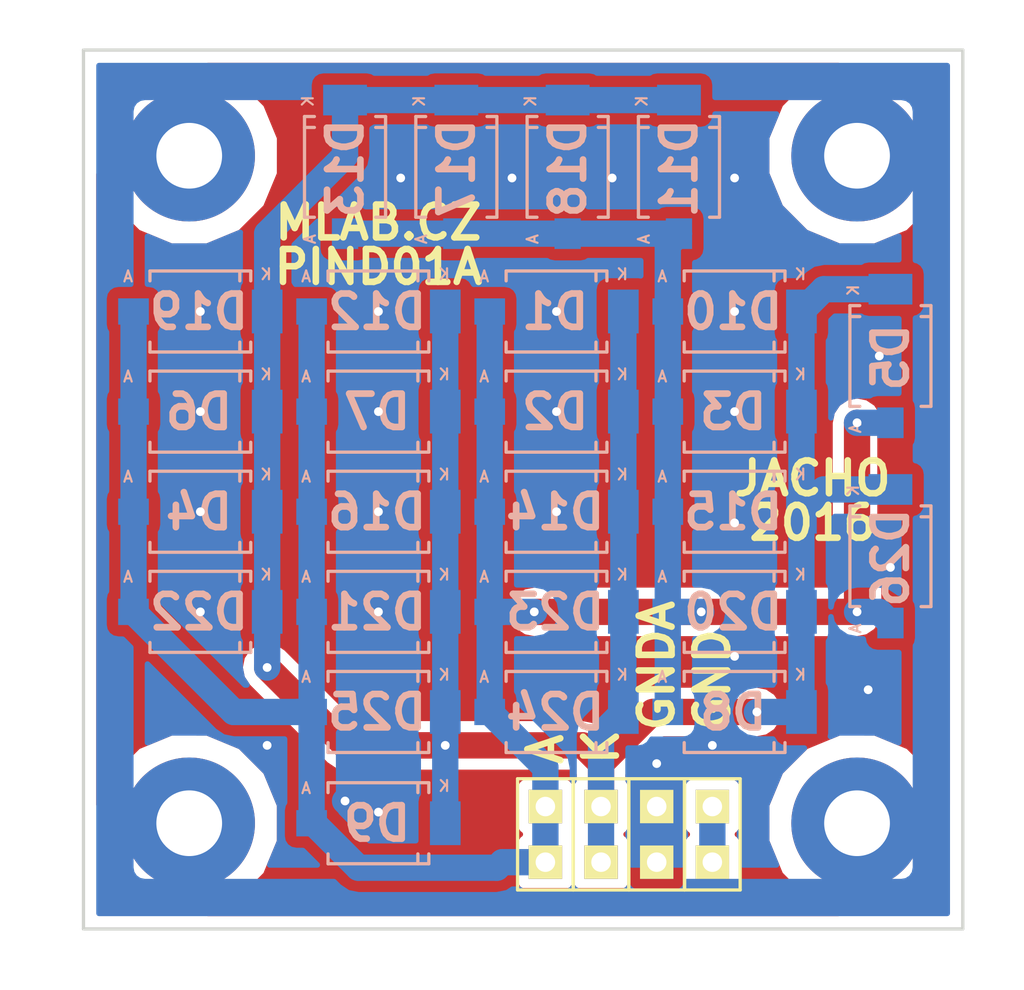
<source format=kicad_pcb>
(kicad_pcb (version 4) (host pcbnew 4.0.1-stable)

  (general
    (links 60)
    (no_connects 0)
    (area 0.178999 -40.461001 40.461001 -0.178999)
    (thickness 1.6)
    (drawings 12)
    (tracks 168)
    (zones 0)
    (modules 34)
    (nets 5)
  )

  (page A4)
  (layers
    (0 F.Cu signal)
    (31 B.Cu signal)
    (32 B.Adhes user)
    (33 F.Adhes user)
    (34 B.Paste user)
    (35 F.Paste user)
    (36 B.SilkS user)
    (37 F.SilkS user)
    (38 B.Mask user)
    (39 F.Mask user)
    (40 Dwgs.User user)
    (41 Cmts.User user)
    (42 Eco1.User user)
    (43 Eco2.User user)
    (44 Edge.Cuts user)
    (45 Margin user)
    (46 B.CrtYd user)
    (47 F.CrtYd user)
    (48 B.Fab user)
    (49 F.Fab user)
  )

  (setup
    (last_trace_width 1.2)
    (user_trace_width 0.8)
    (user_trace_width 0.9)
    (user_trace_width 1)
    (user_trace_width 1.2)
    (trace_clearance 0.2)
    (zone_clearance 0.508)
    (zone_45_only yes)
    (trace_min 0.2)
    (segment_width 0.2)
    (edge_width 0.15)
    (via_size 0.8)
    (via_drill 0.4)
    (via_min_size 0.4)
    (via_min_drill 0.3)
    (uvia_size 0.3)
    (uvia_drill 0.1)
    (uvias_allowed no)
    (uvia_min_size 0.2)
    (uvia_min_drill 0.1)
    (pcb_text_width 0.3)
    (pcb_text_size 1.5 1.5)
    (mod_edge_width 0.15)
    (mod_text_size 1 1)
    (mod_text_width 0.15)
    (pad_size 6 6)
    (pad_drill 3)
    (pad_to_mask_clearance 0.2)
    (solder_mask_min_width 0.2)
    (aux_axis_origin 0 0)
    (visible_elements 7FFFFF7F)
    (pcbplotparams
      (layerselection 0x00030_80000001)
      (usegerberextensions false)
      (excludeedgelayer true)
      (linewidth 0.500000)
      (plotframeref false)
      (viasonmask false)
      (mode 1)
      (useauxorigin false)
      (hpglpennumber 1)
      (hpglpenspeed 20)
      (hpglpendiameter 15)
      (hpglpenoverlay 2)
      (psnegative false)
      (psa4output false)
      (plotreference true)
      (plotvalue true)
      (plotinvisibletext false)
      (padsonsilk false)
      (subtractmaskfromsilk false)
      (outputformat 1)
      (mirror false)
      (drillshape 1)
      (scaleselection 1)
      (outputdirectory ""))
  )

  (net 0 "")
  (net 1 /K)
  (net 2 /A)
  (net 3 GNDA)
  (net 4 GND)

  (net_class Default "Toto je výchozí třída sítě."
    (clearance 0.2)
    (trace_width 0.25)
    (via_dia 0.8)
    (via_drill 0.4)
    (uvia_dia 0.3)
    (uvia_drill 0.1)
    (add_net /A)
    (add_net /K)
    (add_net GND)
    (add_net GNDA)
  )

  (module Mlab_D:DIL (layer B.Cu) (tedit 57A82D64) (tstamp 57A82B0B)
    (at 21.844 -28.448)
    (descr DIL)
    (tags "DIL - BPW34S ")
    (path /57A82163)
    (attr smd)
    (fp_text reference D1 (at -0.0635 0.0127) (layer B.SilkS)
      (effects (font (thickness 0.3048)) (justify mirror))
    )
    (fp_text value BPW34S (at 0 -3.81) (layer B.SilkS) hide
      (effects (font (thickness 0.3048)) (justify mirror))
    )
    (fp_text user A (at -3.29946 -1.6002) (layer B.SilkS)
      (effects (font (size 0.50038 0.50038) (thickness 0.09906)) (justify mirror))
    )
    (fp_text user K (at 2.99974 -1.69926) (layer B.SilkS)
      (effects (font (size 0.50038 0.50038) (thickness 0.09906)) (justify mirror))
    )
    (fp_circle (center 0 0) (end 0.20066 0.0508) (layer B.Adhes) (width 0.381))
    (fp_line (start 1.80086 -1.85) (end 1.80086 -1.39954) (layer B.SilkS) (width 0.15))
    (fp_line (start 1.80086 1.85) (end 1.80086 1.39954) (layer B.SilkS) (width 0.15))
    (fp_line (start 2.3 -1.85) (end 2.3 -1.39954) (layer B.SilkS) (width 0.15))
    (fp_line (start -2.3 -1.85) (end -2.3 -1.39954) (layer B.SilkS) (width 0.15))
    (fp_line (start -2.3 1.85) (end -2.3 1.39954) (layer B.SilkS) (width 0.15))
    (fp_line (start 2.3 1.85) (end 2.3 1.39954) (layer B.SilkS) (width 0.15))
    (fp_line (start -2.3 -1.85) (end 2.3 -1.85) (layer B.SilkS) (width 0.15))
    (fp_line (start -2.3 1.85) (end 2.3 1.85) (layer B.SilkS) (width 0.15))
    (pad 2 smd rect (at -3.05 0) (size 1.4 1.2) (layers B.Cu B.Paste B.Mask)
      (net 2 /A))
    (pad 1 smd rect (at 3.05 0) (size 1.4 2) (layers B.Cu B.Paste B.Mask)
      (net 1 /K))
    (model MLAB_3D/Diodes/SMA.wrl
      (at (xyz 0 0 0))
      (scale (xyz 0.3937 0.3937 0.3937))
      (rotate (xyz 0 0 0))
    )
  )

  (module Mlab_D:DIL (layer B.Cu) (tedit 57A82D64) (tstamp 57A82B11)
    (at 21.844 -23.876)
    (descr DIL)
    (tags "DIL - BPW34S ")
    (path /57A82935)
    (attr smd)
    (fp_text reference D2 (at -0.0635 0.0127) (layer B.SilkS)
      (effects (font (thickness 0.3048)) (justify mirror))
    )
    (fp_text value BPW34S (at 0 -3.81) (layer B.SilkS) hide
      (effects (font (thickness 0.3048)) (justify mirror))
    )
    (fp_text user A (at -3.29946 -1.6002) (layer B.SilkS)
      (effects (font (size 0.50038 0.50038) (thickness 0.09906)) (justify mirror))
    )
    (fp_text user K (at 2.99974 -1.69926) (layer B.SilkS)
      (effects (font (size 0.50038 0.50038) (thickness 0.09906)) (justify mirror))
    )
    (fp_circle (center 0 0) (end 0.20066 0.0508) (layer B.Adhes) (width 0.381))
    (fp_line (start 1.80086 -1.85) (end 1.80086 -1.39954) (layer B.SilkS) (width 0.15))
    (fp_line (start 1.80086 1.85) (end 1.80086 1.39954) (layer B.SilkS) (width 0.15))
    (fp_line (start 2.3 -1.85) (end 2.3 -1.39954) (layer B.SilkS) (width 0.15))
    (fp_line (start -2.3 -1.85) (end -2.3 -1.39954) (layer B.SilkS) (width 0.15))
    (fp_line (start -2.3 1.85) (end -2.3 1.39954) (layer B.SilkS) (width 0.15))
    (fp_line (start 2.3 1.85) (end 2.3 1.39954) (layer B.SilkS) (width 0.15))
    (fp_line (start -2.3 -1.85) (end 2.3 -1.85) (layer B.SilkS) (width 0.15))
    (fp_line (start -2.3 1.85) (end 2.3 1.85) (layer B.SilkS) (width 0.15))
    (pad 2 smd rect (at -3.05 0) (size 1.4 1.2) (layers B.Cu B.Paste B.Mask)
      (net 2 /A))
    (pad 1 smd rect (at 3.05 0) (size 1.4 2) (layers B.Cu B.Paste B.Mask)
      (net 1 /K))
    (model MLAB_3D/Diodes/SMA.wrl
      (at (xyz 0 0 0))
      (scale (xyz 0.3937 0.3937 0.3937))
      (rotate (xyz 0 0 0))
    )
  )

  (module Mlab_D:DIL (layer B.Cu) (tedit 57A82D64) (tstamp 57A82B17)
    (at 29.972 -23.876)
    (descr DIL)
    (tags "DIL - BPW34S ")
    (path /57A82C25)
    (attr smd)
    (fp_text reference D3 (at -0.0635 0.0127) (layer B.SilkS)
      (effects (font (thickness 0.3048)) (justify mirror))
    )
    (fp_text value BPW34S (at 0 -3.81) (layer B.SilkS) hide
      (effects (font (thickness 0.3048)) (justify mirror))
    )
    (fp_text user A (at -3.29946 -1.6002) (layer B.SilkS)
      (effects (font (size 0.50038 0.50038) (thickness 0.09906)) (justify mirror))
    )
    (fp_text user K (at 2.99974 -1.69926) (layer B.SilkS)
      (effects (font (size 0.50038 0.50038) (thickness 0.09906)) (justify mirror))
    )
    (fp_circle (center 0 0) (end 0.20066 0.0508) (layer B.Adhes) (width 0.381))
    (fp_line (start 1.80086 -1.85) (end 1.80086 -1.39954) (layer B.SilkS) (width 0.15))
    (fp_line (start 1.80086 1.85) (end 1.80086 1.39954) (layer B.SilkS) (width 0.15))
    (fp_line (start 2.3 -1.85) (end 2.3 -1.39954) (layer B.SilkS) (width 0.15))
    (fp_line (start -2.3 -1.85) (end -2.3 -1.39954) (layer B.SilkS) (width 0.15))
    (fp_line (start -2.3 1.85) (end -2.3 1.39954) (layer B.SilkS) (width 0.15))
    (fp_line (start 2.3 1.85) (end 2.3 1.39954) (layer B.SilkS) (width 0.15))
    (fp_line (start -2.3 -1.85) (end 2.3 -1.85) (layer B.SilkS) (width 0.15))
    (fp_line (start -2.3 1.85) (end 2.3 1.85) (layer B.SilkS) (width 0.15))
    (pad 2 smd rect (at -3.05 0) (size 1.4 1.2) (layers B.Cu B.Paste B.Mask)
      (net 2 /A))
    (pad 1 smd rect (at 3.05 0) (size 1.4 2) (layers B.Cu B.Paste B.Mask)
      (net 1 /K))
    (model MLAB_3D/Diodes/SMA.wrl
      (at (xyz 0 0 0))
      (scale (xyz 0.3937 0.3937 0.3937))
      (rotate (xyz 0 0 0))
    )
  )

  (module Mlab_D:DIL (layer B.Cu) (tedit 57A82D64) (tstamp 57A82B1D)
    (at 5.588 -19.304)
    (descr DIL)
    (tags "DIL - BPW34S ")
    (path /57A82C4F)
    (attr smd)
    (fp_text reference D4 (at -0.0635 0.0127) (layer B.SilkS)
      (effects (font (thickness 0.3048)) (justify mirror))
    )
    (fp_text value BPW34S (at 0 -3.81) (layer B.SilkS) hide
      (effects (font (thickness 0.3048)) (justify mirror))
    )
    (fp_text user A (at -3.29946 -1.6002) (layer B.SilkS)
      (effects (font (size 0.50038 0.50038) (thickness 0.09906)) (justify mirror))
    )
    (fp_text user K (at 2.99974 -1.69926) (layer B.SilkS)
      (effects (font (size 0.50038 0.50038) (thickness 0.09906)) (justify mirror))
    )
    (fp_circle (center 0 0) (end 0.20066 0.0508) (layer B.Adhes) (width 0.381))
    (fp_line (start 1.80086 -1.85) (end 1.80086 -1.39954) (layer B.SilkS) (width 0.15))
    (fp_line (start 1.80086 1.85) (end 1.80086 1.39954) (layer B.SilkS) (width 0.15))
    (fp_line (start 2.3 -1.85) (end 2.3 -1.39954) (layer B.SilkS) (width 0.15))
    (fp_line (start -2.3 -1.85) (end -2.3 -1.39954) (layer B.SilkS) (width 0.15))
    (fp_line (start -2.3 1.85) (end -2.3 1.39954) (layer B.SilkS) (width 0.15))
    (fp_line (start 2.3 1.85) (end 2.3 1.39954) (layer B.SilkS) (width 0.15))
    (fp_line (start -2.3 -1.85) (end 2.3 -1.85) (layer B.SilkS) (width 0.15))
    (fp_line (start -2.3 1.85) (end 2.3 1.85) (layer B.SilkS) (width 0.15))
    (pad 2 smd rect (at -3.05 0) (size 1.4 1.2) (layers B.Cu B.Paste B.Mask)
      (net 2 /A))
    (pad 1 smd rect (at 3.05 0) (size 1.4 2) (layers B.Cu B.Paste B.Mask)
      (net 1 /K))
    (model MLAB_3D/Diodes/SMA.wrl
      (at (xyz 0 0 0))
      (scale (xyz 0.3937 0.3937 0.3937))
      (rotate (xyz 0 0 0))
    )
  )

  (module Mlab_D:DIL (layer B.Cu) (tedit 57A82D64) (tstamp 57A82B23)
    (at 37.084 -26.416 90)
    (descr DIL)
    (tags "DIL - BPW34S ")
    (path /57A822F4)
    (attr smd)
    (fp_text reference D5 (at -0.0635 0.0127 90) (layer B.SilkS)
      (effects (font (thickness 0.3048)) (justify mirror))
    )
    (fp_text value BPW34S (at 0 -3.81 90) (layer B.SilkS) hide
      (effects (font (thickness 0.3048)) (justify mirror))
    )
    (fp_text user A (at -3.29946 -1.6002 90) (layer B.SilkS)
      (effects (font (size 0.50038 0.50038) (thickness 0.09906)) (justify mirror))
    )
    (fp_text user K (at 2.99974 -1.69926 90) (layer B.SilkS)
      (effects (font (size 0.50038 0.50038) (thickness 0.09906)) (justify mirror))
    )
    (fp_circle (center 0 0) (end 0.20066 0.0508) (layer B.Adhes) (width 0.381))
    (fp_line (start 1.80086 -1.85) (end 1.80086 -1.39954) (layer B.SilkS) (width 0.15))
    (fp_line (start 1.80086 1.85) (end 1.80086 1.39954) (layer B.SilkS) (width 0.15))
    (fp_line (start 2.3 -1.85) (end 2.3 -1.39954) (layer B.SilkS) (width 0.15))
    (fp_line (start -2.3 -1.85) (end -2.3 -1.39954) (layer B.SilkS) (width 0.15))
    (fp_line (start -2.3 1.85) (end -2.3 1.39954) (layer B.SilkS) (width 0.15))
    (fp_line (start 2.3 1.85) (end 2.3 1.39954) (layer B.SilkS) (width 0.15))
    (fp_line (start -2.3 -1.85) (end 2.3 -1.85) (layer B.SilkS) (width 0.15))
    (fp_line (start -2.3 1.85) (end 2.3 1.85) (layer B.SilkS) (width 0.15))
    (pad 2 smd rect (at -3.05 0 90) (size 1.4 1.2) (layers B.Cu B.Paste B.Mask)
      (net 2 /A))
    (pad 1 smd rect (at 3.05 0 90) (size 1.4 2) (layers B.Cu B.Paste B.Mask)
      (net 1 /K))
    (model MLAB_3D/Diodes/SMA.wrl
      (at (xyz 0 0 0))
      (scale (xyz 0.3937 0.3937 0.3937))
      (rotate (xyz 0 0 0))
    )
  )

  (module Mlab_D:DIL (layer B.Cu) (tedit 57A82D64) (tstamp 57A82B29)
    (at 5.588 -23.876)
    (descr DIL)
    (tags "DIL - BPW34S ")
    (path /57A8293B)
    (attr smd)
    (fp_text reference D6 (at -0.0635 0.0127) (layer B.SilkS)
      (effects (font (thickness 0.3048)) (justify mirror))
    )
    (fp_text value BPW34S (at 0 -3.81) (layer B.SilkS) hide
      (effects (font (thickness 0.3048)) (justify mirror))
    )
    (fp_text user A (at -3.29946 -1.6002) (layer B.SilkS)
      (effects (font (size 0.50038 0.50038) (thickness 0.09906)) (justify mirror))
    )
    (fp_text user K (at 2.99974 -1.69926) (layer B.SilkS)
      (effects (font (size 0.50038 0.50038) (thickness 0.09906)) (justify mirror))
    )
    (fp_circle (center 0 0) (end 0.20066 0.0508) (layer B.Adhes) (width 0.381))
    (fp_line (start 1.80086 -1.85) (end 1.80086 -1.39954) (layer B.SilkS) (width 0.15))
    (fp_line (start 1.80086 1.85) (end 1.80086 1.39954) (layer B.SilkS) (width 0.15))
    (fp_line (start 2.3 -1.85) (end 2.3 -1.39954) (layer B.SilkS) (width 0.15))
    (fp_line (start -2.3 -1.85) (end -2.3 -1.39954) (layer B.SilkS) (width 0.15))
    (fp_line (start -2.3 1.85) (end -2.3 1.39954) (layer B.SilkS) (width 0.15))
    (fp_line (start 2.3 1.85) (end 2.3 1.39954) (layer B.SilkS) (width 0.15))
    (fp_line (start -2.3 -1.85) (end 2.3 -1.85) (layer B.SilkS) (width 0.15))
    (fp_line (start -2.3 1.85) (end 2.3 1.85) (layer B.SilkS) (width 0.15))
    (pad 2 smd rect (at -3.05 0) (size 1.4 1.2) (layers B.Cu B.Paste B.Mask)
      (net 2 /A))
    (pad 1 smd rect (at 3.05 0) (size 1.4 2) (layers B.Cu B.Paste B.Mask)
      (net 1 /K))
    (model MLAB_3D/Diodes/SMA.wrl
      (at (xyz 0 0 0))
      (scale (xyz 0.3937 0.3937 0.3937))
      (rotate (xyz 0 0 0))
    )
  )

  (module Mlab_D:DIL (layer B.Cu) (tedit 57A82D64) (tstamp 57A82B2F)
    (at 13.716 -23.876)
    (descr DIL)
    (tags "DIL - BPW34S ")
    (path /57A82C2B)
    (attr smd)
    (fp_text reference D7 (at -0.0635 0.0127) (layer B.SilkS)
      (effects (font (thickness 0.3048)) (justify mirror))
    )
    (fp_text value BPW34S (at 0 -3.81) (layer B.SilkS) hide
      (effects (font (thickness 0.3048)) (justify mirror))
    )
    (fp_text user A (at -3.29946 -1.6002) (layer B.SilkS)
      (effects (font (size 0.50038 0.50038) (thickness 0.09906)) (justify mirror))
    )
    (fp_text user K (at 2.99974 -1.69926) (layer B.SilkS)
      (effects (font (size 0.50038 0.50038) (thickness 0.09906)) (justify mirror))
    )
    (fp_circle (center 0 0) (end 0.20066 0.0508) (layer B.Adhes) (width 0.381))
    (fp_line (start 1.80086 -1.85) (end 1.80086 -1.39954) (layer B.SilkS) (width 0.15))
    (fp_line (start 1.80086 1.85) (end 1.80086 1.39954) (layer B.SilkS) (width 0.15))
    (fp_line (start 2.3 -1.85) (end 2.3 -1.39954) (layer B.SilkS) (width 0.15))
    (fp_line (start -2.3 -1.85) (end -2.3 -1.39954) (layer B.SilkS) (width 0.15))
    (fp_line (start -2.3 1.85) (end -2.3 1.39954) (layer B.SilkS) (width 0.15))
    (fp_line (start 2.3 1.85) (end 2.3 1.39954) (layer B.SilkS) (width 0.15))
    (fp_line (start -2.3 -1.85) (end 2.3 -1.85) (layer B.SilkS) (width 0.15))
    (fp_line (start -2.3 1.85) (end 2.3 1.85) (layer B.SilkS) (width 0.15))
    (pad 2 smd rect (at -3.05 0) (size 1.4 1.2) (layers B.Cu B.Paste B.Mask)
      (net 2 /A))
    (pad 1 smd rect (at 3.05 0) (size 1.4 2) (layers B.Cu B.Paste B.Mask)
      (net 1 /K))
    (model MLAB_3D/Diodes/SMA.wrl
      (at (xyz 0 0 0))
      (scale (xyz 0.3937 0.3937 0.3937))
      (rotate (xyz 0 0 0))
    )
  )

  (module Mlab_D:DIL (layer B.Cu) (tedit 57A82D64) (tstamp 57A82B35)
    (at 29.972 -10.16)
    (descr DIL)
    (tags "DIL - BPW34S ")
    (path /57A82C55)
    (attr smd)
    (fp_text reference D8 (at -0.0635 0.0127) (layer B.SilkS)
      (effects (font (thickness 0.3048)) (justify mirror))
    )
    (fp_text value BPW34S (at 0 -3.81) (layer B.SilkS) hide
      (effects (font (thickness 0.3048)) (justify mirror))
    )
    (fp_text user A (at -3.29946 -1.6002) (layer B.SilkS)
      (effects (font (size 0.50038 0.50038) (thickness 0.09906)) (justify mirror))
    )
    (fp_text user K (at 2.99974 -1.69926) (layer B.SilkS)
      (effects (font (size 0.50038 0.50038) (thickness 0.09906)) (justify mirror))
    )
    (fp_circle (center 0 0) (end 0.20066 0.0508) (layer B.Adhes) (width 0.381))
    (fp_line (start 1.80086 -1.85) (end 1.80086 -1.39954) (layer B.SilkS) (width 0.15))
    (fp_line (start 1.80086 1.85) (end 1.80086 1.39954) (layer B.SilkS) (width 0.15))
    (fp_line (start 2.3 -1.85) (end 2.3 -1.39954) (layer B.SilkS) (width 0.15))
    (fp_line (start -2.3 -1.85) (end -2.3 -1.39954) (layer B.SilkS) (width 0.15))
    (fp_line (start -2.3 1.85) (end -2.3 1.39954) (layer B.SilkS) (width 0.15))
    (fp_line (start 2.3 1.85) (end 2.3 1.39954) (layer B.SilkS) (width 0.15))
    (fp_line (start -2.3 -1.85) (end 2.3 -1.85) (layer B.SilkS) (width 0.15))
    (fp_line (start -2.3 1.85) (end 2.3 1.85) (layer B.SilkS) (width 0.15))
    (pad 2 smd rect (at -3.05 0) (size 1.4 1.2) (layers B.Cu B.Paste B.Mask)
      (net 2 /A))
    (pad 1 smd rect (at 3.05 0) (size 1.4 2) (layers B.Cu B.Paste B.Mask)
      (net 1 /K))
    (model MLAB_3D/Diodes/SMA.wrl
      (at (xyz 0 0 0))
      (scale (xyz 0.3937 0.3937 0.3937))
      (rotate (xyz 0 0 0))
    )
  )

  (module Mlab_D:DIL (layer B.Cu) (tedit 57A82D64) (tstamp 57A82B3B)
    (at 13.716 -5.08)
    (descr DIL)
    (tags "DIL - BPW34S ")
    (path /57A8233A)
    (attr smd)
    (fp_text reference D9 (at -0.0635 0.0127) (layer B.SilkS)
      (effects (font (thickness 0.3048)) (justify mirror))
    )
    (fp_text value BPW34S (at 0 -3.81) (layer B.SilkS) hide
      (effects (font (thickness 0.3048)) (justify mirror))
    )
    (fp_text user A (at -3.29946 -1.6002) (layer B.SilkS)
      (effects (font (size 0.50038 0.50038) (thickness 0.09906)) (justify mirror))
    )
    (fp_text user K (at 2.99974 -1.69926) (layer B.SilkS)
      (effects (font (size 0.50038 0.50038) (thickness 0.09906)) (justify mirror))
    )
    (fp_circle (center 0 0) (end 0.20066 0.0508) (layer B.Adhes) (width 0.381))
    (fp_line (start 1.80086 -1.85) (end 1.80086 -1.39954) (layer B.SilkS) (width 0.15))
    (fp_line (start 1.80086 1.85) (end 1.80086 1.39954) (layer B.SilkS) (width 0.15))
    (fp_line (start 2.3 -1.85) (end 2.3 -1.39954) (layer B.SilkS) (width 0.15))
    (fp_line (start -2.3 -1.85) (end -2.3 -1.39954) (layer B.SilkS) (width 0.15))
    (fp_line (start -2.3 1.85) (end -2.3 1.39954) (layer B.SilkS) (width 0.15))
    (fp_line (start 2.3 1.85) (end 2.3 1.39954) (layer B.SilkS) (width 0.15))
    (fp_line (start -2.3 -1.85) (end 2.3 -1.85) (layer B.SilkS) (width 0.15))
    (fp_line (start -2.3 1.85) (end 2.3 1.85) (layer B.SilkS) (width 0.15))
    (pad 2 smd rect (at -3.05 0) (size 1.4 1.2) (layers B.Cu B.Paste B.Mask)
      (net 2 /A))
    (pad 1 smd rect (at 3.05 0) (size 1.4 2) (layers B.Cu B.Paste B.Mask)
      (net 1 /K))
    (model MLAB_3D/Diodes/SMA.wrl
      (at (xyz 0 0 0))
      (scale (xyz 0.3937 0.3937 0.3937))
      (rotate (xyz 0 0 0))
    )
  )

  (module Mlab_D:DIL (layer B.Cu) (tedit 57A82D64) (tstamp 57A82B41)
    (at 29.972 -28.448)
    (descr DIL)
    (tags "DIL - BPW34S ")
    (path /57A82941)
    (attr smd)
    (fp_text reference D10 (at -0.0635 0.0127) (layer B.SilkS)
      (effects (font (thickness 0.3048)) (justify mirror))
    )
    (fp_text value BPW34S (at 0 -3.81) (layer B.SilkS) hide
      (effects (font (thickness 0.3048)) (justify mirror))
    )
    (fp_text user A (at -3.29946 -1.6002) (layer B.SilkS)
      (effects (font (size 0.50038 0.50038) (thickness 0.09906)) (justify mirror))
    )
    (fp_text user K (at 2.99974 -1.69926) (layer B.SilkS)
      (effects (font (size 0.50038 0.50038) (thickness 0.09906)) (justify mirror))
    )
    (fp_circle (center 0 0) (end 0.20066 0.0508) (layer B.Adhes) (width 0.381))
    (fp_line (start 1.80086 -1.85) (end 1.80086 -1.39954) (layer B.SilkS) (width 0.15))
    (fp_line (start 1.80086 1.85) (end 1.80086 1.39954) (layer B.SilkS) (width 0.15))
    (fp_line (start 2.3 -1.85) (end 2.3 -1.39954) (layer B.SilkS) (width 0.15))
    (fp_line (start -2.3 -1.85) (end -2.3 -1.39954) (layer B.SilkS) (width 0.15))
    (fp_line (start -2.3 1.85) (end -2.3 1.39954) (layer B.SilkS) (width 0.15))
    (fp_line (start 2.3 1.85) (end 2.3 1.39954) (layer B.SilkS) (width 0.15))
    (fp_line (start -2.3 -1.85) (end 2.3 -1.85) (layer B.SilkS) (width 0.15))
    (fp_line (start -2.3 1.85) (end 2.3 1.85) (layer B.SilkS) (width 0.15))
    (pad 2 smd rect (at -3.05 0) (size 1.4 1.2) (layers B.Cu B.Paste B.Mask)
      (net 2 /A))
    (pad 1 smd rect (at 3.05 0) (size 1.4 2) (layers B.Cu B.Paste B.Mask)
      (net 1 /K))
    (model MLAB_3D/Diodes/SMA.wrl
      (at (xyz 0 0 0))
      (scale (xyz 0.3937 0.3937 0.3937))
      (rotate (xyz 0 0 0))
    )
  )

  (module Mlab_D:DIL (layer B.Cu) (tedit 57A82D64) (tstamp 57A82B47)
    (at 27.432 -35.052 90)
    (descr DIL)
    (tags "DIL - BPW34S ")
    (path /57A82C31)
    (attr smd)
    (fp_text reference D11 (at -0.0635 0.0127 90) (layer B.SilkS)
      (effects (font (thickness 0.3048)) (justify mirror))
    )
    (fp_text value BPW34S (at 0 -3.81 90) (layer B.SilkS) hide
      (effects (font (thickness 0.3048)) (justify mirror))
    )
    (fp_text user A (at -3.29946 -1.6002 90) (layer B.SilkS)
      (effects (font (size 0.50038 0.50038) (thickness 0.09906)) (justify mirror))
    )
    (fp_text user K (at 2.99974 -1.69926 90) (layer B.SilkS)
      (effects (font (size 0.50038 0.50038) (thickness 0.09906)) (justify mirror))
    )
    (fp_circle (center 0 0) (end 0.20066 0.0508) (layer B.Adhes) (width 0.381))
    (fp_line (start 1.80086 -1.85) (end 1.80086 -1.39954) (layer B.SilkS) (width 0.15))
    (fp_line (start 1.80086 1.85) (end 1.80086 1.39954) (layer B.SilkS) (width 0.15))
    (fp_line (start 2.3 -1.85) (end 2.3 -1.39954) (layer B.SilkS) (width 0.15))
    (fp_line (start -2.3 -1.85) (end -2.3 -1.39954) (layer B.SilkS) (width 0.15))
    (fp_line (start -2.3 1.85) (end -2.3 1.39954) (layer B.SilkS) (width 0.15))
    (fp_line (start 2.3 1.85) (end 2.3 1.39954) (layer B.SilkS) (width 0.15))
    (fp_line (start -2.3 -1.85) (end 2.3 -1.85) (layer B.SilkS) (width 0.15))
    (fp_line (start -2.3 1.85) (end 2.3 1.85) (layer B.SilkS) (width 0.15))
    (pad 2 smd rect (at -3.05 0 90) (size 1.4 1.2) (layers B.Cu B.Paste B.Mask)
      (net 2 /A))
    (pad 1 smd rect (at 3.05 0 90) (size 1.4 2) (layers B.Cu B.Paste B.Mask)
      (net 1 /K))
    (model MLAB_3D/Diodes/SMA.wrl
      (at (xyz 0 0 0))
      (scale (xyz 0.3937 0.3937 0.3937))
      (rotate (xyz 0 0 0))
    )
  )

  (module Mlab_D:DIL (layer B.Cu) (tedit 57A82D64) (tstamp 57A82B4D)
    (at 13.716 -28.448)
    (descr DIL)
    (tags "DIL - BPW34S ")
    (path /57A82C5B)
    (attr smd)
    (fp_text reference D12 (at -0.0635 0.0127) (layer B.SilkS)
      (effects (font (thickness 0.3048)) (justify mirror))
    )
    (fp_text value BPW34S (at 0 -3.81) (layer B.SilkS) hide
      (effects (font (thickness 0.3048)) (justify mirror))
    )
    (fp_text user A (at -3.29946 -1.6002) (layer B.SilkS)
      (effects (font (size 0.50038 0.50038) (thickness 0.09906)) (justify mirror))
    )
    (fp_text user K (at 2.99974 -1.69926) (layer B.SilkS)
      (effects (font (size 0.50038 0.50038) (thickness 0.09906)) (justify mirror))
    )
    (fp_circle (center 0 0) (end 0.20066 0.0508) (layer B.Adhes) (width 0.381))
    (fp_line (start 1.80086 -1.85) (end 1.80086 -1.39954) (layer B.SilkS) (width 0.15))
    (fp_line (start 1.80086 1.85) (end 1.80086 1.39954) (layer B.SilkS) (width 0.15))
    (fp_line (start 2.3 -1.85) (end 2.3 -1.39954) (layer B.SilkS) (width 0.15))
    (fp_line (start -2.3 -1.85) (end -2.3 -1.39954) (layer B.SilkS) (width 0.15))
    (fp_line (start -2.3 1.85) (end -2.3 1.39954) (layer B.SilkS) (width 0.15))
    (fp_line (start 2.3 1.85) (end 2.3 1.39954) (layer B.SilkS) (width 0.15))
    (fp_line (start -2.3 -1.85) (end 2.3 -1.85) (layer B.SilkS) (width 0.15))
    (fp_line (start -2.3 1.85) (end 2.3 1.85) (layer B.SilkS) (width 0.15))
    (pad 2 smd rect (at -3.05 0) (size 1.4 1.2) (layers B.Cu B.Paste B.Mask)
      (net 2 /A))
    (pad 1 smd rect (at 3.05 0) (size 1.4 2) (layers B.Cu B.Paste B.Mask)
      (net 1 /K))
    (model MLAB_3D/Diodes/SMA.wrl
      (at (xyz 0 0 0))
      (scale (xyz 0.3937 0.3937 0.3937))
      (rotate (xyz 0 0 0))
    )
  )

  (module Mlab_D:DIL (layer B.Cu) (tedit 57A82D64) (tstamp 57A82B53)
    (at 12.192 -35.052 90)
    (descr DIL)
    (tags "DIL - BPW34S ")
    (path /57A8235D)
    (attr smd)
    (fp_text reference D13 (at -0.0635 0.0127 90) (layer B.SilkS)
      (effects (font (thickness 0.3048)) (justify mirror))
    )
    (fp_text value BPW34S (at 0 -3.81 90) (layer B.SilkS) hide
      (effects (font (thickness 0.3048)) (justify mirror))
    )
    (fp_text user A (at -3.29946 -1.6002 90) (layer B.SilkS)
      (effects (font (size 0.50038 0.50038) (thickness 0.09906)) (justify mirror))
    )
    (fp_text user K (at 2.99974 -1.69926 90) (layer B.SilkS)
      (effects (font (size 0.50038 0.50038) (thickness 0.09906)) (justify mirror))
    )
    (fp_circle (center 0 0) (end 0.20066 0.0508) (layer B.Adhes) (width 0.381))
    (fp_line (start 1.80086 -1.85) (end 1.80086 -1.39954) (layer B.SilkS) (width 0.15))
    (fp_line (start 1.80086 1.85) (end 1.80086 1.39954) (layer B.SilkS) (width 0.15))
    (fp_line (start 2.3 -1.85) (end 2.3 -1.39954) (layer B.SilkS) (width 0.15))
    (fp_line (start -2.3 -1.85) (end -2.3 -1.39954) (layer B.SilkS) (width 0.15))
    (fp_line (start -2.3 1.85) (end -2.3 1.39954) (layer B.SilkS) (width 0.15))
    (fp_line (start 2.3 1.85) (end 2.3 1.39954) (layer B.SilkS) (width 0.15))
    (fp_line (start -2.3 -1.85) (end 2.3 -1.85) (layer B.SilkS) (width 0.15))
    (fp_line (start -2.3 1.85) (end 2.3 1.85) (layer B.SilkS) (width 0.15))
    (pad 2 smd rect (at -3.05 0 90) (size 1.4 1.2) (layers B.Cu B.Paste B.Mask)
      (net 2 /A))
    (pad 1 smd rect (at 3.05 0 90) (size 1.4 2) (layers B.Cu B.Paste B.Mask)
      (net 1 /K))
    (model MLAB_3D/Diodes/SMA.wrl
      (at (xyz 0 0 0))
      (scale (xyz 0.3937 0.3937 0.3937))
      (rotate (xyz 0 0 0))
    )
  )

  (module Mlab_D:DIL (layer B.Cu) (tedit 57A82D64) (tstamp 57A82B59)
    (at 21.844 -19.304)
    (descr DIL)
    (tags "DIL - BPW34S ")
    (path /57A82947)
    (attr smd)
    (fp_text reference D14 (at -0.0635 0.0127) (layer B.SilkS)
      (effects (font (thickness 0.3048)) (justify mirror))
    )
    (fp_text value BPW34S (at 0 -3.81) (layer B.SilkS) hide
      (effects (font (thickness 0.3048)) (justify mirror))
    )
    (fp_text user A (at -3.29946 -1.6002) (layer B.SilkS)
      (effects (font (size 0.50038 0.50038) (thickness 0.09906)) (justify mirror))
    )
    (fp_text user K (at 2.99974 -1.69926) (layer B.SilkS)
      (effects (font (size 0.50038 0.50038) (thickness 0.09906)) (justify mirror))
    )
    (fp_circle (center 0 0) (end 0.20066 0.0508) (layer B.Adhes) (width 0.381))
    (fp_line (start 1.80086 -1.85) (end 1.80086 -1.39954) (layer B.SilkS) (width 0.15))
    (fp_line (start 1.80086 1.85) (end 1.80086 1.39954) (layer B.SilkS) (width 0.15))
    (fp_line (start 2.3 -1.85) (end 2.3 -1.39954) (layer B.SilkS) (width 0.15))
    (fp_line (start -2.3 -1.85) (end -2.3 -1.39954) (layer B.SilkS) (width 0.15))
    (fp_line (start -2.3 1.85) (end -2.3 1.39954) (layer B.SilkS) (width 0.15))
    (fp_line (start 2.3 1.85) (end 2.3 1.39954) (layer B.SilkS) (width 0.15))
    (fp_line (start -2.3 -1.85) (end 2.3 -1.85) (layer B.SilkS) (width 0.15))
    (fp_line (start -2.3 1.85) (end 2.3 1.85) (layer B.SilkS) (width 0.15))
    (pad 2 smd rect (at -3.05 0) (size 1.4 1.2) (layers B.Cu B.Paste B.Mask)
      (net 2 /A))
    (pad 1 smd rect (at 3.05 0) (size 1.4 2) (layers B.Cu B.Paste B.Mask)
      (net 1 /K))
    (model MLAB_3D/Diodes/SMA.wrl
      (at (xyz 0 0 0))
      (scale (xyz 0.3937 0.3937 0.3937))
      (rotate (xyz 0 0 0))
    )
  )

  (module Mlab_D:DIL (layer B.Cu) (tedit 57A82D64) (tstamp 57A82B5F)
    (at 29.972 -19.304)
    (descr DIL)
    (tags "DIL - BPW34S ")
    (path /57A82C37)
    (attr smd)
    (fp_text reference D15 (at -0.0635 0.0127) (layer B.SilkS)
      (effects (font (thickness 0.3048)) (justify mirror))
    )
    (fp_text value BPW34S (at 0 -3.81) (layer B.SilkS) hide
      (effects (font (thickness 0.3048)) (justify mirror))
    )
    (fp_text user A (at -3.29946 -1.6002) (layer B.SilkS)
      (effects (font (size 0.50038 0.50038) (thickness 0.09906)) (justify mirror))
    )
    (fp_text user K (at 2.99974 -1.69926) (layer B.SilkS)
      (effects (font (size 0.50038 0.50038) (thickness 0.09906)) (justify mirror))
    )
    (fp_circle (center 0 0) (end 0.20066 0.0508) (layer B.Adhes) (width 0.381))
    (fp_line (start 1.80086 -1.85) (end 1.80086 -1.39954) (layer B.SilkS) (width 0.15))
    (fp_line (start 1.80086 1.85) (end 1.80086 1.39954) (layer B.SilkS) (width 0.15))
    (fp_line (start 2.3 -1.85) (end 2.3 -1.39954) (layer B.SilkS) (width 0.15))
    (fp_line (start -2.3 -1.85) (end -2.3 -1.39954) (layer B.SilkS) (width 0.15))
    (fp_line (start -2.3 1.85) (end -2.3 1.39954) (layer B.SilkS) (width 0.15))
    (fp_line (start 2.3 1.85) (end 2.3 1.39954) (layer B.SilkS) (width 0.15))
    (fp_line (start -2.3 -1.85) (end 2.3 -1.85) (layer B.SilkS) (width 0.15))
    (fp_line (start -2.3 1.85) (end 2.3 1.85) (layer B.SilkS) (width 0.15))
    (pad 2 smd rect (at -3.05 0) (size 1.4 1.2) (layers B.Cu B.Paste B.Mask)
      (net 2 /A))
    (pad 1 smd rect (at 3.05 0) (size 1.4 2) (layers B.Cu B.Paste B.Mask)
      (net 1 /K))
    (model MLAB_3D/Diodes/SMA.wrl
      (at (xyz 0 0 0))
      (scale (xyz 0.3937 0.3937 0.3937))
      (rotate (xyz 0 0 0))
    )
  )

  (module Mlab_D:DIL (layer B.Cu) (tedit 57A82D64) (tstamp 57A82B65)
    (at 13.716 -19.304)
    (descr DIL)
    (tags "DIL - BPW34S ")
    (path /57A82C61)
    (attr smd)
    (fp_text reference D16 (at -0.0635 0.0127) (layer B.SilkS)
      (effects (font (thickness 0.3048)) (justify mirror))
    )
    (fp_text value BPW34S (at 0 -3.81) (layer B.SilkS) hide
      (effects (font (thickness 0.3048)) (justify mirror))
    )
    (fp_text user A (at -3.29946 -1.6002) (layer B.SilkS)
      (effects (font (size 0.50038 0.50038) (thickness 0.09906)) (justify mirror))
    )
    (fp_text user K (at 2.99974 -1.69926) (layer B.SilkS)
      (effects (font (size 0.50038 0.50038) (thickness 0.09906)) (justify mirror))
    )
    (fp_circle (center 0 0) (end 0.20066 0.0508) (layer B.Adhes) (width 0.381))
    (fp_line (start 1.80086 -1.85) (end 1.80086 -1.39954) (layer B.SilkS) (width 0.15))
    (fp_line (start 1.80086 1.85) (end 1.80086 1.39954) (layer B.SilkS) (width 0.15))
    (fp_line (start 2.3 -1.85) (end 2.3 -1.39954) (layer B.SilkS) (width 0.15))
    (fp_line (start -2.3 -1.85) (end -2.3 -1.39954) (layer B.SilkS) (width 0.15))
    (fp_line (start -2.3 1.85) (end -2.3 1.39954) (layer B.SilkS) (width 0.15))
    (fp_line (start 2.3 1.85) (end 2.3 1.39954) (layer B.SilkS) (width 0.15))
    (fp_line (start -2.3 -1.85) (end 2.3 -1.85) (layer B.SilkS) (width 0.15))
    (fp_line (start -2.3 1.85) (end 2.3 1.85) (layer B.SilkS) (width 0.15))
    (pad 2 smd rect (at -3.05 0) (size 1.4 1.2) (layers B.Cu B.Paste B.Mask)
      (net 2 /A))
    (pad 1 smd rect (at 3.05 0) (size 1.4 2) (layers B.Cu B.Paste B.Mask)
      (net 1 /K))
    (model MLAB_3D/Diodes/SMA.wrl
      (at (xyz 0 0 0))
      (scale (xyz 0.3937 0.3937 0.3937))
      (rotate (xyz 0 0 0))
    )
  )

  (module Mlab_D:DIL (layer B.Cu) (tedit 57A82D64) (tstamp 57A82B6B)
    (at 17.272 -35.052 90)
    (descr DIL)
    (tags "DIL - BPW34S ")
    (path /57A823D9)
    (attr smd)
    (fp_text reference D17 (at -0.0635 0.0127 90) (layer B.SilkS)
      (effects (font (thickness 0.3048)) (justify mirror))
    )
    (fp_text value BPW34S (at 0 -3.81 90) (layer B.SilkS) hide
      (effects (font (thickness 0.3048)) (justify mirror))
    )
    (fp_text user A (at -3.29946 -1.6002 90) (layer B.SilkS)
      (effects (font (size 0.50038 0.50038) (thickness 0.09906)) (justify mirror))
    )
    (fp_text user K (at 2.99974 -1.69926 90) (layer B.SilkS)
      (effects (font (size 0.50038 0.50038) (thickness 0.09906)) (justify mirror))
    )
    (fp_circle (center 0 0) (end 0.20066 0.0508) (layer B.Adhes) (width 0.381))
    (fp_line (start 1.80086 -1.85) (end 1.80086 -1.39954) (layer B.SilkS) (width 0.15))
    (fp_line (start 1.80086 1.85) (end 1.80086 1.39954) (layer B.SilkS) (width 0.15))
    (fp_line (start 2.3 -1.85) (end 2.3 -1.39954) (layer B.SilkS) (width 0.15))
    (fp_line (start -2.3 -1.85) (end -2.3 -1.39954) (layer B.SilkS) (width 0.15))
    (fp_line (start -2.3 1.85) (end -2.3 1.39954) (layer B.SilkS) (width 0.15))
    (fp_line (start 2.3 1.85) (end 2.3 1.39954) (layer B.SilkS) (width 0.15))
    (fp_line (start -2.3 -1.85) (end 2.3 -1.85) (layer B.SilkS) (width 0.15))
    (fp_line (start -2.3 1.85) (end 2.3 1.85) (layer B.SilkS) (width 0.15))
    (pad 2 smd rect (at -3.05 0 90) (size 1.4 1.2) (layers B.Cu B.Paste B.Mask)
      (net 2 /A))
    (pad 1 smd rect (at 3.05 0 90) (size 1.4 2) (layers B.Cu B.Paste B.Mask)
      (net 1 /K))
    (model MLAB_3D/Diodes/SMA.wrl
      (at (xyz 0 0 0))
      (scale (xyz 0.3937 0.3937 0.3937))
      (rotate (xyz 0 0 0))
    )
  )

  (module Mlab_D:DIL (layer B.Cu) (tedit 57A82D64) (tstamp 57A82B71)
    (at 22.352 -35.052 90)
    (descr DIL)
    (tags "DIL - BPW34S ")
    (path /57A8294D)
    (attr smd)
    (fp_text reference D18 (at -0.0635 0.0127 90) (layer B.SilkS)
      (effects (font (thickness 0.3048)) (justify mirror))
    )
    (fp_text value BPW34S (at 0 -3.81 90) (layer B.SilkS) hide
      (effects (font (thickness 0.3048)) (justify mirror))
    )
    (fp_text user A (at -3.29946 -1.6002 90) (layer B.SilkS)
      (effects (font (size 0.50038 0.50038) (thickness 0.09906)) (justify mirror))
    )
    (fp_text user K (at 2.99974 -1.69926 90) (layer B.SilkS)
      (effects (font (size 0.50038 0.50038) (thickness 0.09906)) (justify mirror))
    )
    (fp_circle (center 0 0) (end 0.20066 0.0508) (layer B.Adhes) (width 0.381))
    (fp_line (start 1.80086 -1.85) (end 1.80086 -1.39954) (layer B.SilkS) (width 0.15))
    (fp_line (start 1.80086 1.85) (end 1.80086 1.39954) (layer B.SilkS) (width 0.15))
    (fp_line (start 2.3 -1.85) (end 2.3 -1.39954) (layer B.SilkS) (width 0.15))
    (fp_line (start -2.3 -1.85) (end -2.3 -1.39954) (layer B.SilkS) (width 0.15))
    (fp_line (start -2.3 1.85) (end -2.3 1.39954) (layer B.SilkS) (width 0.15))
    (fp_line (start 2.3 1.85) (end 2.3 1.39954) (layer B.SilkS) (width 0.15))
    (fp_line (start -2.3 -1.85) (end 2.3 -1.85) (layer B.SilkS) (width 0.15))
    (fp_line (start -2.3 1.85) (end 2.3 1.85) (layer B.SilkS) (width 0.15))
    (pad 2 smd rect (at -3.05 0 90) (size 1.4 1.2) (layers B.Cu B.Paste B.Mask)
      (net 2 /A))
    (pad 1 smd rect (at 3.05 0 90) (size 1.4 2) (layers B.Cu B.Paste B.Mask)
      (net 1 /K))
    (model MLAB_3D/Diodes/SMA.wrl
      (at (xyz 0 0 0))
      (scale (xyz 0.3937 0.3937 0.3937))
      (rotate (xyz 0 0 0))
    )
  )

  (module Mlab_D:DIL (layer B.Cu) (tedit 57A82D64) (tstamp 57A82B77)
    (at 5.588 -28.448)
    (descr DIL)
    (tags "DIL - BPW34S ")
    (path /57A82C3D)
    (attr smd)
    (fp_text reference D19 (at -0.0635 0.0127) (layer B.SilkS)
      (effects (font (thickness 0.3048)) (justify mirror))
    )
    (fp_text value BPW34S (at 0 -3.81) (layer B.SilkS) hide
      (effects (font (thickness 0.3048)) (justify mirror))
    )
    (fp_text user A (at -3.29946 -1.6002) (layer B.SilkS)
      (effects (font (size 0.50038 0.50038) (thickness 0.09906)) (justify mirror))
    )
    (fp_text user K (at 2.99974 -1.69926) (layer B.SilkS)
      (effects (font (size 0.50038 0.50038) (thickness 0.09906)) (justify mirror))
    )
    (fp_circle (center 0 0) (end 0.20066 0.0508) (layer B.Adhes) (width 0.381))
    (fp_line (start 1.80086 -1.85) (end 1.80086 -1.39954) (layer B.SilkS) (width 0.15))
    (fp_line (start 1.80086 1.85) (end 1.80086 1.39954) (layer B.SilkS) (width 0.15))
    (fp_line (start 2.3 -1.85) (end 2.3 -1.39954) (layer B.SilkS) (width 0.15))
    (fp_line (start -2.3 -1.85) (end -2.3 -1.39954) (layer B.SilkS) (width 0.15))
    (fp_line (start -2.3 1.85) (end -2.3 1.39954) (layer B.SilkS) (width 0.15))
    (fp_line (start 2.3 1.85) (end 2.3 1.39954) (layer B.SilkS) (width 0.15))
    (fp_line (start -2.3 -1.85) (end 2.3 -1.85) (layer B.SilkS) (width 0.15))
    (fp_line (start -2.3 1.85) (end 2.3 1.85) (layer B.SilkS) (width 0.15))
    (pad 2 smd rect (at -3.05 0) (size 1.4 1.2) (layers B.Cu B.Paste B.Mask)
      (net 2 /A))
    (pad 1 smd rect (at 3.05 0) (size 1.4 2) (layers B.Cu B.Paste B.Mask)
      (net 1 /K))
    (model MLAB_3D/Diodes/SMA.wrl
      (at (xyz 0 0 0))
      (scale (xyz 0.3937 0.3937 0.3937))
      (rotate (xyz 0 0 0))
    )
  )

  (module Mlab_D:DIL (layer B.Cu) (tedit 57A82D64) (tstamp 57A82B7D)
    (at 29.972 -14.732)
    (descr DIL)
    (tags "DIL - BPW34S ")
    (path /57A82C67)
    (attr smd)
    (fp_text reference D20 (at -0.0635 0.0127) (layer B.SilkS)
      (effects (font (thickness 0.3048)) (justify mirror))
    )
    (fp_text value BPW34S (at 0 -3.81) (layer B.SilkS) hide
      (effects (font (thickness 0.3048)) (justify mirror))
    )
    (fp_text user A (at -3.29946 -1.6002) (layer B.SilkS)
      (effects (font (size 0.50038 0.50038) (thickness 0.09906)) (justify mirror))
    )
    (fp_text user K (at 2.99974 -1.69926) (layer B.SilkS)
      (effects (font (size 0.50038 0.50038) (thickness 0.09906)) (justify mirror))
    )
    (fp_circle (center 0 0) (end 0.20066 0.0508) (layer B.Adhes) (width 0.381))
    (fp_line (start 1.80086 -1.85) (end 1.80086 -1.39954) (layer B.SilkS) (width 0.15))
    (fp_line (start 1.80086 1.85) (end 1.80086 1.39954) (layer B.SilkS) (width 0.15))
    (fp_line (start 2.3 -1.85) (end 2.3 -1.39954) (layer B.SilkS) (width 0.15))
    (fp_line (start -2.3 -1.85) (end -2.3 -1.39954) (layer B.SilkS) (width 0.15))
    (fp_line (start -2.3 1.85) (end -2.3 1.39954) (layer B.SilkS) (width 0.15))
    (fp_line (start 2.3 1.85) (end 2.3 1.39954) (layer B.SilkS) (width 0.15))
    (fp_line (start -2.3 -1.85) (end 2.3 -1.85) (layer B.SilkS) (width 0.15))
    (fp_line (start -2.3 1.85) (end 2.3 1.85) (layer B.SilkS) (width 0.15))
    (pad 2 smd rect (at -3.05 0) (size 1.4 1.2) (layers B.Cu B.Paste B.Mask)
      (net 2 /A))
    (pad 1 smd rect (at 3.05 0) (size 1.4 2) (layers B.Cu B.Paste B.Mask)
      (net 1 /K))
    (model MLAB_3D/Diodes/SMA.wrl
      (at (xyz 0 0 0))
      (scale (xyz 0.3937 0.3937 0.3937))
      (rotate (xyz 0 0 0))
    )
  )

  (module Mlab_Pin_Headers:Straight_2x01 (layer F.Cu) (tedit 5545E8D2) (tstamp 57A82B83)
    (at 21.336 -4.572 90)
    (descr "pin header straight 2x01")
    (tags "pin header straight 2x01")
    (path /57A83383)
    (fp_text reference J1 (at 0 -2.54 90) (layer F.SilkS) hide
      (effects (font (size 1.5 1.5) (thickness 0.15)))
    )
    (fp_text value JUMP_2x1 (at 0 2.54 90) (layer F.SilkS) hide
      (effects (font (size 1.5 1.5) (thickness 0.15)))
    )
    (fp_line (start -2.54 -1.27) (end 2.54 -1.27) (layer F.SilkS) (width 0.15))
    (fp_line (start 2.54 -1.27) (end 2.54 1.27) (layer F.SilkS) (width 0.15))
    (fp_line (start 2.54 1.27) (end -2.54 1.27) (layer F.SilkS) (width 0.15))
    (fp_line (start -2.54 1.27) (end -2.54 -1.27) (layer F.SilkS) (width 0.15))
    (pad 1 thru_hole rect (at -1.27 0 90) (size 1.524 1.524) (drill 0.889) (layers *.Cu *.Mask F.SilkS)
      (net 2 /A))
    (pad 2 thru_hole rect (at 1.27 0 90) (size 1.524 1.524) (drill 0.889) (layers *.Cu *.Mask F.SilkS)
      (net 2 /A))
    (model Pin_Headers/Pin_Header_Straight_2x01.wrl
      (at (xyz 0 0 0))
      (scale (xyz 1 1 1))
      (rotate (xyz 0 0 90))
    )
  )

  (module Mlab_Pin_Headers:Straight_2x01 (layer F.Cu) (tedit 5545E8D2) (tstamp 57A82B89)
    (at 23.876 -4.572 90)
    (descr "pin header straight 2x01")
    (tags "pin header straight 2x01")
    (path /57A837C8)
    (fp_text reference J2 (at 0 -2.54 90) (layer F.SilkS) hide
      (effects (font (size 1.5 1.5) (thickness 0.15)))
    )
    (fp_text value JUMP_2x1 (at 0 2.54 90) (layer F.SilkS) hide
      (effects (font (size 1.5 1.5) (thickness 0.15)))
    )
    (fp_line (start -2.54 -1.27) (end 2.54 -1.27) (layer F.SilkS) (width 0.15))
    (fp_line (start 2.54 -1.27) (end 2.54 1.27) (layer F.SilkS) (width 0.15))
    (fp_line (start 2.54 1.27) (end -2.54 1.27) (layer F.SilkS) (width 0.15))
    (fp_line (start -2.54 1.27) (end -2.54 -1.27) (layer F.SilkS) (width 0.15))
    (pad 1 thru_hole rect (at -1.27 0 90) (size 1.524 1.524) (drill 0.889) (layers *.Cu *.Mask F.SilkS)
      (net 1 /K))
    (pad 2 thru_hole rect (at 1.27 0 90) (size 1.524 1.524) (drill 0.889) (layers *.Cu *.Mask F.SilkS)
      (net 1 /K))
    (model Pin_Headers/Pin_Header_Straight_2x01.wrl
      (at (xyz 0 0 0))
      (scale (xyz 1 1 1))
      (rotate (xyz 0 0 90))
    )
  )

  (module Mlab_Pin_Headers:Straight_2x01 (layer F.Cu) (tedit 5545E8D2) (tstamp 57A82B8F)
    (at 26.416 -4.572 90)
    (descr "pin header straight 2x01")
    (tags "pin header straight 2x01")
    (path /57A838CE)
    (fp_text reference J3 (at 0 -2.54 90) (layer F.SilkS) hide
      (effects (font (size 1.5 1.5) (thickness 0.15)))
    )
    (fp_text value JUMP_2x1 (at 0 2.54 90) (layer F.SilkS) hide
      (effects (font (size 1.5 1.5) (thickness 0.15)))
    )
    (fp_line (start -2.54 -1.27) (end 2.54 -1.27) (layer F.SilkS) (width 0.15))
    (fp_line (start 2.54 -1.27) (end 2.54 1.27) (layer F.SilkS) (width 0.15))
    (fp_line (start 2.54 1.27) (end -2.54 1.27) (layer F.SilkS) (width 0.15))
    (fp_line (start -2.54 1.27) (end -2.54 -1.27) (layer F.SilkS) (width 0.15))
    (pad 1 thru_hole rect (at -1.27 0 90) (size 1.524 1.524) (drill 0.889) (layers *.Cu *.Mask F.SilkS)
      (net 3 GNDA))
    (pad 2 thru_hole rect (at 1.27 0 90) (size 1.524 1.524) (drill 0.889) (layers *.Cu *.Mask F.SilkS)
      (net 3 GNDA))
    (model Pin_Headers/Pin_Header_Straight_2x01.wrl
      (at (xyz 0 0 0))
      (scale (xyz 1 1 1))
      (rotate (xyz 0 0 90))
    )
  )

  (module Mlab_Pin_Headers:Straight_2x01 (layer F.Cu) (tedit 5545E8D2) (tstamp 57A82B95)
    (at 28.956 -4.572 90)
    (descr "pin header straight 2x01")
    (tags "pin header straight 2x01")
    (path /57A8528D)
    (fp_text reference J4 (at 0 -2.54 90) (layer F.SilkS) hide
      (effects (font (size 1.5 1.5) (thickness 0.15)))
    )
    (fp_text value JUMP_2x1 (at 0 2.54 90) (layer F.SilkS) hide
      (effects (font (size 1.5 1.5) (thickness 0.15)))
    )
    (fp_line (start -2.54 -1.27) (end 2.54 -1.27) (layer F.SilkS) (width 0.15))
    (fp_line (start 2.54 -1.27) (end 2.54 1.27) (layer F.SilkS) (width 0.15))
    (fp_line (start 2.54 1.27) (end -2.54 1.27) (layer F.SilkS) (width 0.15))
    (fp_line (start -2.54 1.27) (end -2.54 -1.27) (layer F.SilkS) (width 0.15))
    (pad 1 thru_hole rect (at -1.27 0 90) (size 1.524 1.524) (drill 0.889) (layers *.Cu *.Mask F.SilkS)
      (net 4 GND))
    (pad 2 thru_hole rect (at 1.27 0 90) (size 1.524 1.524) (drill 0.889) (layers *.Cu *.Mask F.SilkS)
      (net 4 GND))
    (model Pin_Headers/Pin_Header_Straight_2x01.wrl
      (at (xyz 0 0 0))
      (scale (xyz 1 1 1))
      (rotate (xyz 0 0 90))
    )
  )

  (module Mlab_Mechanical:MountingHole_3mm placed (layer F.Cu) (tedit 5535DB2C) (tstamp 57A82B9A)
    (at 35.56 -5.08)
    (descr "Mounting hole, Befestigungsbohrung, 3mm, No Annular, Kein Restring,")
    (tags "Mounting hole, Befestigungsbohrung, 3mm, No Annular, Kein Restring,")
    (path /57A8590F)
    (fp_text reference M1 (at 0 -4.191) (layer F.SilkS) hide
      (effects (font (thickness 0.3048)))
    )
    (fp_text value HOLE (at 0 4.191) (layer F.SilkS) hide
      (effects (font (thickness 0.3048)))
    )
    (fp_circle (center 0 0) (end 2.99974 0) (layer Cmts.User) (width 0.381))
    (pad 1 thru_hole circle (at 0 0) (size 6 6) (drill 3) (layers *.Cu *.Adhes *.Mask)
      (net 4 GND) (clearance 1) (zone_connect 2))
  )

  (module Mlab_Mechanical:MountingHole_3mm placed (layer F.Cu) (tedit 5535DB2C) (tstamp 57A82B9F)
    (at 5.08 -35.56)
    (descr "Mounting hole, Befestigungsbohrung, 3mm, No Annular, Kein Restring,")
    (tags "Mounting hole, Befestigungsbohrung, 3mm, No Annular, Kein Restring,")
    (path /57A85F3D)
    (fp_text reference M2 (at 0 -4.191) (layer F.SilkS) hide
      (effects (font (thickness 0.3048)))
    )
    (fp_text value HOLE (at 0 4.191) (layer F.SilkS) hide
      (effects (font (thickness 0.3048)))
    )
    (fp_circle (center 0 0) (end 2.99974 0) (layer Cmts.User) (width 0.381))
    (pad 1 thru_hole circle (at 0 0) (size 6 6) (drill 3) (layers *.Cu *.Adhes *.Mask)
      (net 4 GND) (clearance 1) (zone_connect 2))
  )

  (module Mlab_Mechanical:MountingHole_3mm placed (layer F.Cu) (tedit 5535DB2C) (tstamp 57A82BA4)
    (at 5.08 -5.08)
    (descr "Mounting hole, Befestigungsbohrung, 3mm, No Annular, Kein Restring,")
    (tags "Mounting hole, Befestigungsbohrung, 3mm, No Annular, Kein Restring,")
    (path /57A85EB5)
    (fp_text reference M3 (at 0 -4.191) (layer F.SilkS) hide
      (effects (font (thickness 0.3048)))
    )
    (fp_text value HOLE (at 0 4.191) (layer F.SilkS) hide
      (effects (font (thickness 0.3048)))
    )
    (fp_circle (center 0 0) (end 2.99974 0) (layer Cmts.User) (width 0.381))
    (pad 1 thru_hole circle (at 0 0) (size 6 6) (drill 3) (layers *.Cu *.Adhes *.Mask)
      (net 4 GND) (clearance 1) (zone_connect 2))
  )

  (module Mlab_Mechanical:MountingHole_3mm placed (layer F.Cu) (tedit 5535DB2C) (tstamp 57A82BA9)
    (at 35.56 -35.56)
    (descr "Mounting hole, Befestigungsbohrung, 3mm, No Annular, Kein Restring,")
    (tags "Mounting hole, Befestigungsbohrung, 3mm, No Annular, Kein Restring,")
    (path /57A85F4B)
    (fp_text reference M4 (at 0 -4.191) (layer F.SilkS) hide
      (effects (font (thickness 0.3048)))
    )
    (fp_text value HOLE (at 0 4.191) (layer F.SilkS) hide
      (effects (font (thickness 0.3048)))
    )
    (fp_circle (center 0 0) (end 2.99974 0) (layer Cmts.User) (width 0.381))
    (pad 1 thru_hole circle (at 0 0) (size 6 6) (drill 3) (layers *.Cu *.Adhes *.Mask)
      (net 4 GND) (clearance 1) (zone_connect 2))
  )

  (module Mlab_D:DIL (layer B.Cu) (tedit 57A82D64) (tstamp 57A83563)
    (at 13.716 -14.732)
    (descr DIL)
    (tags "DIL - BPW34S ")
    (path /57A88366)
    (attr smd)
    (fp_text reference D21 (at -0.0635 0.0127) (layer B.SilkS)
      (effects (font (thickness 0.3048)) (justify mirror))
    )
    (fp_text value BPW34S (at 0 -3.81) (layer B.SilkS) hide
      (effects (font (thickness 0.3048)) (justify mirror))
    )
    (fp_text user A (at -3.29946 -1.6002) (layer B.SilkS)
      (effects (font (size 0.50038 0.50038) (thickness 0.09906)) (justify mirror))
    )
    (fp_text user K (at 2.99974 -1.69926) (layer B.SilkS)
      (effects (font (size 0.50038 0.50038) (thickness 0.09906)) (justify mirror))
    )
    (fp_circle (center 0 0) (end 0.20066 0.0508) (layer B.Adhes) (width 0.381))
    (fp_line (start 1.80086 -1.85) (end 1.80086 -1.39954) (layer B.SilkS) (width 0.15))
    (fp_line (start 1.80086 1.85) (end 1.80086 1.39954) (layer B.SilkS) (width 0.15))
    (fp_line (start 2.3 -1.85) (end 2.3 -1.39954) (layer B.SilkS) (width 0.15))
    (fp_line (start -2.3 -1.85) (end -2.3 -1.39954) (layer B.SilkS) (width 0.15))
    (fp_line (start -2.3 1.85) (end -2.3 1.39954) (layer B.SilkS) (width 0.15))
    (fp_line (start 2.3 1.85) (end 2.3 1.39954) (layer B.SilkS) (width 0.15))
    (fp_line (start -2.3 -1.85) (end 2.3 -1.85) (layer B.SilkS) (width 0.15))
    (fp_line (start -2.3 1.85) (end 2.3 1.85) (layer B.SilkS) (width 0.15))
    (pad 2 smd rect (at -3.05 0) (size 1.4 1.2) (layers B.Cu B.Paste B.Mask)
      (net 2 /A))
    (pad 1 smd rect (at 3.05 0) (size 1.4 2) (layers B.Cu B.Paste B.Mask)
      (net 1 /K))
    (model MLAB_3D/Diodes/SMA.wrl
      (at (xyz 0 0 0))
      (scale (xyz 0.3937 0.3937 0.3937))
      (rotate (xyz 0 0 0))
    )
  )

  (module Mlab_D:DIL (layer B.Cu) (tedit 57A82D64) (tstamp 57A83574)
    (at 5.588 -14.732)
    (descr DIL)
    (tags "DIL - BPW34S ")
    (path /57A8836C)
    (attr smd)
    (fp_text reference D22 (at -0.0635 0.0127) (layer B.SilkS)
      (effects (font (thickness 0.3048)) (justify mirror))
    )
    (fp_text value BPW34S (at 0 -3.81) (layer B.SilkS) hide
      (effects (font (thickness 0.3048)) (justify mirror))
    )
    (fp_text user A (at -3.29946 -1.6002) (layer B.SilkS)
      (effects (font (size 0.50038 0.50038) (thickness 0.09906)) (justify mirror))
    )
    (fp_text user K (at 2.99974 -1.69926) (layer B.SilkS)
      (effects (font (size 0.50038 0.50038) (thickness 0.09906)) (justify mirror))
    )
    (fp_circle (center 0 0) (end 0.20066 0.0508) (layer B.Adhes) (width 0.381))
    (fp_line (start 1.80086 -1.85) (end 1.80086 -1.39954) (layer B.SilkS) (width 0.15))
    (fp_line (start 1.80086 1.85) (end 1.80086 1.39954) (layer B.SilkS) (width 0.15))
    (fp_line (start 2.3 -1.85) (end 2.3 -1.39954) (layer B.SilkS) (width 0.15))
    (fp_line (start -2.3 -1.85) (end -2.3 -1.39954) (layer B.SilkS) (width 0.15))
    (fp_line (start -2.3 1.85) (end -2.3 1.39954) (layer B.SilkS) (width 0.15))
    (fp_line (start 2.3 1.85) (end 2.3 1.39954) (layer B.SilkS) (width 0.15))
    (fp_line (start -2.3 -1.85) (end 2.3 -1.85) (layer B.SilkS) (width 0.15))
    (fp_line (start -2.3 1.85) (end 2.3 1.85) (layer B.SilkS) (width 0.15))
    (pad 2 smd rect (at -3.05 0) (size 1.4 1.2) (layers B.Cu B.Paste B.Mask)
      (net 2 /A))
    (pad 1 smd rect (at 3.05 0) (size 1.4 2) (layers B.Cu B.Paste B.Mask)
      (net 1 /K))
    (model MLAB_3D/Diodes/SMA.wrl
      (at (xyz 0 0 0))
      (scale (xyz 0.3937 0.3937 0.3937))
      (rotate (xyz 0 0 0))
    )
  )

  (module Mlab_D:DIL (layer B.Cu) (tedit 57A82D64) (tstamp 57A83585)
    (at 21.844 -14.732)
    (descr DIL)
    (tags "DIL - BPW34S ")
    (path /57A88372)
    (attr smd)
    (fp_text reference D23 (at -0.0635 0.0127) (layer B.SilkS)
      (effects (font (thickness 0.3048)) (justify mirror))
    )
    (fp_text value BPW34S (at 0 -3.81) (layer B.SilkS) hide
      (effects (font (thickness 0.3048)) (justify mirror))
    )
    (fp_text user A (at -3.29946 -1.6002) (layer B.SilkS)
      (effects (font (size 0.50038 0.50038) (thickness 0.09906)) (justify mirror))
    )
    (fp_text user K (at 2.99974 -1.69926) (layer B.SilkS)
      (effects (font (size 0.50038 0.50038) (thickness 0.09906)) (justify mirror))
    )
    (fp_circle (center 0 0) (end 0.20066 0.0508) (layer B.Adhes) (width 0.381))
    (fp_line (start 1.80086 -1.85) (end 1.80086 -1.39954) (layer B.SilkS) (width 0.15))
    (fp_line (start 1.80086 1.85) (end 1.80086 1.39954) (layer B.SilkS) (width 0.15))
    (fp_line (start 2.3 -1.85) (end 2.3 -1.39954) (layer B.SilkS) (width 0.15))
    (fp_line (start -2.3 -1.85) (end -2.3 -1.39954) (layer B.SilkS) (width 0.15))
    (fp_line (start -2.3 1.85) (end -2.3 1.39954) (layer B.SilkS) (width 0.15))
    (fp_line (start 2.3 1.85) (end 2.3 1.39954) (layer B.SilkS) (width 0.15))
    (fp_line (start -2.3 -1.85) (end 2.3 -1.85) (layer B.SilkS) (width 0.15))
    (fp_line (start -2.3 1.85) (end 2.3 1.85) (layer B.SilkS) (width 0.15))
    (pad 2 smd rect (at -3.05 0) (size 1.4 1.2) (layers B.Cu B.Paste B.Mask)
      (net 2 /A))
    (pad 1 smd rect (at 3.05 0) (size 1.4 2) (layers B.Cu B.Paste B.Mask)
      (net 1 /K))
    (model MLAB_3D/Diodes/SMA.wrl
      (at (xyz 0 0 0))
      (scale (xyz 0.3937 0.3937 0.3937))
      (rotate (xyz 0 0 0))
    )
  )

  (module Mlab_D:DIL (layer B.Cu) (tedit 57A82D64) (tstamp 57A83596)
    (at 21.844 -10.16)
    (descr DIL)
    (tags "DIL - BPW34S ")
    (path /57A88483)
    (attr smd)
    (fp_text reference D24 (at -0.0635 0.0127) (layer B.SilkS)
      (effects (font (thickness 0.3048)) (justify mirror))
    )
    (fp_text value BPW34S (at 0 -3.81) (layer B.SilkS) hide
      (effects (font (thickness 0.3048)) (justify mirror))
    )
    (fp_text user A (at -3.29946 -1.6002) (layer B.SilkS)
      (effects (font (size 0.50038 0.50038) (thickness 0.09906)) (justify mirror))
    )
    (fp_text user K (at 2.99974 -1.69926) (layer B.SilkS)
      (effects (font (size 0.50038 0.50038) (thickness 0.09906)) (justify mirror))
    )
    (fp_circle (center 0 0) (end 0.20066 0.0508) (layer B.Adhes) (width 0.381))
    (fp_line (start 1.80086 -1.85) (end 1.80086 -1.39954) (layer B.SilkS) (width 0.15))
    (fp_line (start 1.80086 1.85) (end 1.80086 1.39954) (layer B.SilkS) (width 0.15))
    (fp_line (start 2.3 -1.85) (end 2.3 -1.39954) (layer B.SilkS) (width 0.15))
    (fp_line (start -2.3 -1.85) (end -2.3 -1.39954) (layer B.SilkS) (width 0.15))
    (fp_line (start -2.3 1.85) (end -2.3 1.39954) (layer B.SilkS) (width 0.15))
    (fp_line (start 2.3 1.85) (end 2.3 1.39954) (layer B.SilkS) (width 0.15))
    (fp_line (start -2.3 -1.85) (end 2.3 -1.85) (layer B.SilkS) (width 0.15))
    (fp_line (start -2.3 1.85) (end 2.3 1.85) (layer B.SilkS) (width 0.15))
    (pad 2 smd rect (at -3.05 0) (size 1.4 1.2) (layers B.Cu B.Paste B.Mask)
      (net 2 /A))
    (pad 1 smd rect (at 3.05 0) (size 1.4 2) (layers B.Cu B.Paste B.Mask)
      (net 1 /K))
    (model MLAB_3D/Diodes/SMA.wrl
      (at (xyz 0 0 0))
      (scale (xyz 0.3937 0.3937 0.3937))
      (rotate (xyz 0 0 0))
    )
  )

  (module Mlab_D:DIL (layer B.Cu) (tedit 57A82D64) (tstamp 57A835A7)
    (at 13.716 -10.16)
    (descr DIL)
    (tags "DIL - BPW34S ")
    (path /57A88378)
    (attr smd)
    (fp_text reference D25 (at -0.0635 0.0127) (layer B.SilkS)
      (effects (font (thickness 0.3048)) (justify mirror))
    )
    (fp_text value BPW34S (at 0 -3.81) (layer B.SilkS) hide
      (effects (font (thickness 0.3048)) (justify mirror))
    )
    (fp_text user A (at -3.29946 -1.6002) (layer B.SilkS)
      (effects (font (size 0.50038 0.50038) (thickness 0.09906)) (justify mirror))
    )
    (fp_text user K (at 2.99974 -1.69926) (layer B.SilkS)
      (effects (font (size 0.50038 0.50038) (thickness 0.09906)) (justify mirror))
    )
    (fp_circle (center 0 0) (end 0.20066 0.0508) (layer B.Adhes) (width 0.381))
    (fp_line (start 1.80086 -1.85) (end 1.80086 -1.39954) (layer B.SilkS) (width 0.15))
    (fp_line (start 1.80086 1.85) (end 1.80086 1.39954) (layer B.SilkS) (width 0.15))
    (fp_line (start 2.3 -1.85) (end 2.3 -1.39954) (layer B.SilkS) (width 0.15))
    (fp_line (start -2.3 -1.85) (end -2.3 -1.39954) (layer B.SilkS) (width 0.15))
    (fp_line (start -2.3 1.85) (end -2.3 1.39954) (layer B.SilkS) (width 0.15))
    (fp_line (start 2.3 1.85) (end 2.3 1.39954) (layer B.SilkS) (width 0.15))
    (fp_line (start -2.3 -1.85) (end 2.3 -1.85) (layer B.SilkS) (width 0.15))
    (fp_line (start -2.3 1.85) (end 2.3 1.85) (layer B.SilkS) (width 0.15))
    (pad 2 smd rect (at -3.05 0) (size 1.4 1.2) (layers B.Cu B.Paste B.Mask)
      (net 2 /A))
    (pad 1 smd rect (at 3.05 0) (size 1.4 2) (layers B.Cu B.Paste B.Mask)
      (net 1 /K))
    (model MLAB_3D/Diodes/SMA.wrl
      (at (xyz 0 0 0))
      (scale (xyz 0.3937 0.3937 0.3937))
      (rotate (xyz 0 0 0))
    )
  )

  (module Mlab_D:DIL (layer B.Cu) (tedit 57A82D64) (tstamp 57A835B8)
    (at 37.084 -17.272 90)
    (descr DIL)
    (tags "DIL - BPW34S ")
    (path /57A88489)
    (attr smd)
    (fp_text reference D26 (at -0.0635 0.0127 90) (layer B.SilkS)
      (effects (font (thickness 0.3048)) (justify mirror))
    )
    (fp_text value BPW34S (at 0 -3.81 90) (layer B.SilkS) hide
      (effects (font (thickness 0.3048)) (justify mirror))
    )
    (fp_text user A (at -3.29946 -1.6002 90) (layer B.SilkS)
      (effects (font (size 0.50038 0.50038) (thickness 0.09906)) (justify mirror))
    )
    (fp_text user K (at 2.99974 -1.69926 90) (layer B.SilkS)
      (effects (font (size 0.50038 0.50038) (thickness 0.09906)) (justify mirror))
    )
    (fp_circle (center 0 0) (end 0.20066 0.0508) (layer B.Adhes) (width 0.381))
    (fp_line (start 1.80086 -1.85) (end 1.80086 -1.39954) (layer B.SilkS) (width 0.15))
    (fp_line (start 1.80086 1.85) (end 1.80086 1.39954) (layer B.SilkS) (width 0.15))
    (fp_line (start 2.3 -1.85) (end 2.3 -1.39954) (layer B.SilkS) (width 0.15))
    (fp_line (start -2.3 -1.85) (end -2.3 -1.39954) (layer B.SilkS) (width 0.15))
    (fp_line (start -2.3 1.85) (end -2.3 1.39954) (layer B.SilkS) (width 0.15))
    (fp_line (start 2.3 1.85) (end 2.3 1.39954) (layer B.SilkS) (width 0.15))
    (fp_line (start -2.3 -1.85) (end 2.3 -1.85) (layer B.SilkS) (width 0.15))
    (fp_line (start -2.3 1.85) (end 2.3 1.85) (layer B.SilkS) (width 0.15))
    (pad 2 smd rect (at -3.05 0 90) (size 1.4 1.2) (layers B.Cu B.Paste B.Mask)
      (net 2 /A))
    (pad 1 smd rect (at 3.05 0 90) (size 1.4 2) (layers B.Cu B.Paste B.Mask)
      (net 1 /K))
    (model MLAB_3D/Diodes/SMA.wrl
      (at (xyz 0 0 0))
      (scale (xyz 0.3937 0.3937 0.3937))
      (rotate (xyz 0 0 0))
    )
  )

  (gr_text GND (at 28.956 -9.144 90) (layer F.SilkS)
    (effects (font (size 1.5 1.5) (thickness 0.3)) (justify left))
  )
  (gr_text GNDA (at 26.416 -9.144 90) (layer F.SilkS)
    (effects (font (size 1.5 1.5) (thickness 0.3)) (justify left))
  )
  (gr_text K (at 23.876 -7.62 90) (layer F.SilkS)
    (effects (font (size 1.5 1.5) (thickness 0.3)) (justify left))
  )
  (gr_text A (at 21.336 -7.62 90) (layer F.SilkS)
    (effects (font (size 1.5 1.5) (thickness 0.3)) (justify left))
  )
  (gr_text 2016 (at 33.528 -18.796) (layer F.SilkS)
    (effects (font (size 1.5 1.5) (thickness 0.3)))
  )
  (gr_text JACHO (at 33.528 -20.828) (layer F.SilkS)
    (effects (font (size 1.5 1.5) (thickness 0.3)))
  )
  (gr_text PIND01A (at 13.716 -30.48) (layer F.SilkS)
    (effects (font (size 1.5 1.5) (thickness 0.3)))
  )
  (gr_text MLAB.CZ (at 13.716 -32.512) (layer F.SilkS)
    (effects (font (size 1.5 1.5) (thickness 0.3)))
  )
  (gr_line (start 0.254 -0.254) (end 0.254 -40.386) (angle 90) (layer Edge.Cuts) (width 0.15))
  (gr_line (start 40.386 -0.254) (end 0.254 -0.254) (angle 90) (layer Edge.Cuts) (width 0.15))
  (gr_line (start 40.386 -40.386) (end 40.386 -0.254) (angle 90) (layer Edge.Cuts) (width 0.15))
  (gr_line (start 0.254 -40.386) (end 40.386 -40.386) (angle 90) (layer Edge.Cuts) (width 0.15))

  (segment (start 23.876 -3.302) (end 23.876 -5.842) (width 1.2) (layer B.Cu) (net 1))
  (segment (start 16.766 -8.636) (end 12.192 -8.636) (width 1.2) (layer F.Cu) (net 1))
  (segment (start 24.894 -14.732) (end 24.894 -10.16) (width 1.2) (layer B.Cu) (net 1))
  (segment (start 24.894 -19.304) (end 24.894 -14.732) (width 1.2) (layer B.Cu) (net 1))
  (segment (start 24.894 -23.876) (end 24.894 -19.304) (width 1.2) (layer B.Cu) (net 1))
  (segment (start 24.894 -28.448) (end 24.894 -23.876) (width 1.2) (layer B.Cu) (net 1))
  (segment (start 30.988 -10.16) (end 26.232 -10.16) (width 1.2) (layer F.Cu) (net 1))
  (segment (start 26.232 -10.16) (end 23.876 -7.804) (width 1.2) (layer F.Cu) (net 1))
  (segment (start 33.022 -10.16) (end 30.988 -10.16) (width 1.2) (layer B.Cu) (net 1))
  (via (at 30.988 -10.16) (size 0.8) (drill 0.4) (layers F.Cu B.Cu) (net 1))
  (segment (start 16.766 -5.08) (end 16.766 -8.636) (width 1.2) (layer B.Cu) (net 1))
  (segment (start 16.766 -10.16) (end 16.766 -8.636) (width 1.2) (layer B.Cu) (net 1))
  (via (at 16.766 -8.636) (size 0.8) (drill 0.4) (layers F.Cu B.Cu) (net 1))
  (segment (start 12.192 -8.636) (end 23.044 -8.636) (width 1.2) (layer F.Cu) (net 1))
  (segment (start 23.044 -8.636) (end 23.876 -7.804) (width 1.2) (layer F.Cu) (net 1))
  (segment (start 23.876 -7.804) (end 23.876 -5.842) (width 1.2) (layer F.Cu) (net 1))
  (segment (start 8.636 -12.192) (end 12.192 -8.636) (width 1.2) (layer F.Cu) (net 1))
  (segment (start 8.638 -14.732) (end 8.638 -12.194) (width 1.2) (layer B.Cu) (net 1))
  (segment (start 8.638 -12.194) (end 8.636 -12.192) (width 1.2) (layer B.Cu) (net 1))
  (via (at 8.636 -12.192) (size 0.8) (drill 0.4) (layers F.Cu B.Cu) (net 1))
  (segment (start 23.876 -5.842) (end 23.876 -9.142) (width 1.2) (layer B.Cu) (net 1))
  (segment (start 23.876 -9.142) (end 24.894 -10.16) (width 1.2) (layer B.Cu) (net 1))
  (segment (start 16.766 -14.732) (end 16.766 -10.16) (width 1.2) (layer B.Cu) (net 1))
  (segment (start 16.766 -19.304) (end 16.766 -14.732) (width 1.2) (layer B.Cu) (net 1))
  (segment (start 16.766 -23.876) (end 16.766 -19.304) (width 1.2) (layer B.Cu) (net 1))
  (segment (start 16.766 -28.448) (end 16.766 -23.876) (width 1.2) (layer B.Cu) (net 1))
  (segment (start 8.638 -19.304) (end 8.638 -14.732) (width 1.2) (layer B.Cu) (net 1))
  (segment (start 8.638 -23.876) (end 8.638 -19.304) (width 1.2) (layer B.Cu) (net 1))
  (segment (start 8.638 -28.448) (end 8.638 -23.876) (width 1.2) (layer B.Cu) (net 1))
  (segment (start 12.192 -35.56) (end 8.638 -32.006) (width 1.2) (layer B.Cu) (net 1))
  (segment (start 8.638 -32.006) (end 8.638 -28.448) (width 1.2) (layer B.Cu) (net 1))
  (segment (start 12.192 -38.102) (end 12.192 -35.56) (width 1.2) (layer B.Cu) (net 1))
  (segment (start 17.272 -38.102) (end 12.192 -38.102) (width 1.2) (layer B.Cu) (net 1))
  (segment (start 22.352 -38.102) (end 17.272 -38.102) (width 1.2) (layer B.Cu) (net 1))
  (segment (start 27.432 -38.102) (end 22.352 -38.102) (width 1.2) (layer B.Cu) (net 1))
  (segment (start 37.084 -20.322) (end 34.04 -20.322) (width 1.2) (layer B.Cu) (net 1))
  (segment (start 34.04 -20.322) (end 33.022 -19.304) (width 1.2) (layer B.Cu) (net 1))
  (segment (start 37.084 -29.466) (end 34.04 -29.466) (width 1.2) (layer B.Cu) (net 1))
  (segment (start 34.04 -29.466) (end 33.022 -28.448) (width 1.2) (layer B.Cu) (net 1))
  (segment (start 33.022 -23.876) (end 33.022 -28.448) (width 1.2) (layer B.Cu) (net 1))
  (segment (start 33.022 -19.304) (end 33.022 -23.876) (width 1.2) (layer B.Cu) (net 1))
  (segment (start 33.022 -14.732) (end 33.022 -19.304) (width 1.2) (layer B.Cu) (net 1))
  (segment (start 33.022 -10.16) (end 33.022 -14.732) (width 1.2) (layer B.Cu) (net 1))
  (segment (start 21.336 -3.302) (end 21.336 -5.842) (width 1.2) (layer B.Cu) (net 2))
  (segment (start 35.56 -23.368) (end 35.56 -14.732) (width 1.2) (layer F.Cu) (net 2))
  (segment (start 37.084 -23.366) (end 35.562 -23.366) (width 1.2) (layer B.Cu) (net 2))
  (segment (start 35.562 -23.366) (end 35.56 -23.368) (width 1.2) (layer B.Cu) (net 2))
  (via (at 35.56 -23.368) (size 0.8) (drill 0.4) (layers F.Cu B.Cu) (net 2))
  (segment (start 35.56 -14.732) (end 36.574 -14.732) (width 1.2) (layer B.Cu) (net 2))
  (segment (start 36.574 -14.732) (end 37.084 -14.222) (width 1.2) (layer B.Cu) (net 2))
  (segment (start 28.448 -14.732) (end 35.56 -14.732) (width 1.2) (layer F.Cu) (net 2))
  (via (at 35.56 -14.732) (size 0.8) (drill 0.4) (layers F.Cu B.Cu) (net 2))
  (segment (start 20.828 -14.732) (end 18.794 -14.732) (width 1.2) (layer B.Cu) (net 2))
  (segment (start 28.448 -14.732) (end 20.828 -14.732) (width 1.2) (layer F.Cu) (net 2))
  (via (at 20.828 -14.732) (size 0.8) (drill 0.4) (layers F.Cu B.Cu) (net 2))
  (segment (start 26.922 -14.732) (end 28.448 -14.732) (width 1.2) (layer B.Cu) (net 2))
  (via (at 28.448 -14.732) (size 0.8) (drill 0.4) (layers F.Cu B.Cu) (net 2))
  (segment (start 12.798 -3.048) (end 19.12 -3.048) (width 1.2) (layer B.Cu) (net 2))
  (segment (start 19.12 -3.048) (end 19.374 -3.302) (width 1.2) (layer B.Cu) (net 2))
  (segment (start 19.374 -3.302) (end 21.336 -3.302) (width 1.2) (layer B.Cu) (net 2))
  (segment (start 10.666 -5.08) (end 10.766 -5.08) (width 1.2) (layer B.Cu) (net 2))
  (segment (start 10.766 -5.08) (end 12.798 -3.048) (width 1.2) (layer B.Cu) (net 2))
  (segment (start 21.336 -5.842) (end 21.336 -7.618) (width 1.2) (layer B.Cu) (net 2))
  (segment (start 21.336 -7.618) (end 18.794 -10.16) (width 1.2) (layer B.Cu) (net 2))
  (segment (start 2.538 -14.732) (end 7.11 -10.16) (width 1.2) (layer B.Cu) (net 2))
  (segment (start 7.11 -10.16) (end 10.666 -10.16) (width 1.2) (layer B.Cu) (net 2))
  (segment (start 26.922 -28.448) (end 26.922 -31.492) (width 1.2) (layer B.Cu) (net 2))
  (segment (start 26.922 -31.492) (end 27.432 -32.002) (width 1.2) (layer B.Cu) (net 2))
  (segment (start 17.272 -32.002) (end 18.288 -32.002) (width 1.2) (layer B.Cu) (net 2))
  (segment (start 18.288 -32.002) (end 22.352 -32.002) (width 1.2) (layer B.Cu) (net 2))
  (segment (start 27.432 -32.002) (end 22.352 -32.002) (width 1.2) (layer B.Cu) (net 2))
  (segment (start 12.192 -32.002) (end 17.272 -32.002) (width 1.2) (layer B.Cu) (net 2))
  (segment (start 26.922 -23.876) (end 26.922 -28.448) (width 1.2) (layer B.Cu) (net 2))
  (segment (start 26.922 -19.304) (end 26.922 -23.876) (width 1.2) (layer B.Cu) (net 2))
  (segment (start 26.922 -14.732) (end 26.922 -19.304) (width 1.2) (layer B.Cu) (net 2))
  (segment (start 26.922 -10.16) (end 26.922 -14.732) (width 1.2) (layer B.Cu) (net 2))
  (segment (start 18.794 -23.876) (end 18.794 -28.448) (width 1.2) (layer B.Cu) (net 2))
  (segment (start 18.794 -19.304) (end 18.794 -23.876) (width 1.2) (layer B.Cu) (net 2))
  (segment (start 18.794 -14.732) (end 18.794 -19.304) (width 1.2) (layer B.Cu) (net 2))
  (segment (start 18.794 -15.746) (end 18.794 -14.732) (width 1.2) (layer B.Cu) (net 2))
  (segment (start 18.794 -10.16) (end 18.794 -15.746) (width 1.2) (layer B.Cu) (net 2))
  (segment (start 10.666 -23.876) (end 10.666 -28.448) (width 1.2) (layer B.Cu) (net 2))
  (segment (start 10.666 -19.304) (end 10.666 -23.876) (width 1.2) (layer B.Cu) (net 2))
  (segment (start 10.666 -14.732) (end 10.666 -19.304) (width 1.2) (layer B.Cu) (net 2))
  (segment (start 10.666 -10.16) (end 10.666 -14.732) (width 1.2) (layer B.Cu) (net 2))
  (segment (start 10.666 -5.08) (end 10.666 -10.16) (width 1.2) (layer B.Cu) (net 2))
  (segment (start 2.538 -19.304) (end 2.538 -14.732) (width 1.2) (layer B.Cu) (net 2))
  (segment (start 2.538 -23.876) (end 2.538 -19.304) (width 1.2) (layer B.Cu) (net 2))
  (segment (start 2.538 -28.448) (end 2.538 -23.876) (width 1.2) (layer B.Cu) (net 2))
  (segment (start 29.972 -12.7) (end 34.544 -12.7) (width 1.2) (layer F.Cu) (net 3))
  (segment (start 34.544 -12.7) (end 36.068 -11.176) (width 1.2) (layer F.Cu) (net 3))
  (via (at 36.068 -11.176) (size 0.8) (drill 0.4) (layers F.Cu B.Cu) (net 3))
  (segment (start 29.972 -12.7) (end 30.48 -13.208) (width 1.2) (layer B.Cu) (net 3))
  (segment (start 28.956 -8.636) (end 28.956 -11.684) (width 1.2) (layer B.Cu) (net 3))
  (segment (start 28.956 -11.684) (end 29.972 -12.7) (width 1.2) (layer B.Cu) (net 3))
  (via (at 29.972 -12.7) (size 0.8) (drill 0.4) (layers F.Cu B.Cu) (net 3))
  (segment (start 36.576 -26.416) (end 37.084 -25.908) (width 1.2) (layer F.Cu) (net 3))
  (segment (start 37.084 -25.908) (end 37.084 -16.764) (width 1.2) (layer F.Cu) (net 3))
  (via (at 37.084 -16.764) (size 0.8) (drill 0.4) (layers F.Cu B.Cu) (net 3))
  (segment (start 29.972 -28.448) (end 34.544 -28.448) (width 1.2) (layer F.Cu) (net 3))
  (segment (start 34.544 -28.448) (end 36.576 -26.416) (width 1.2) (layer F.Cu) (net 3))
  (via (at 36.576 -26.416) (size 0.8) (drill 0.4) (layers F.Cu B.Cu) (net 3))
  (segment (start 21.844 -23.876) (end 21.844 -28.448) (width 1.2) (layer F.Cu) (net 3))
  (via (at 21.844 -28.448) (size 0.8) (drill 0.4) (layers F.Cu B.Cu) (net 3))
  (via (at 21.844 -23.876) (size 0.8) (drill 0.4) (layers F.Cu B.Cu) (net 3))
  (segment (start 21.844 -19.304) (end 21.844 -23.876) (width 1.2) (layer B.Cu) (net 3))
  (segment (start 13.716 -14.732) (end 17.272 -14.732) (width 1.2) (layer F.Cu) (net 3))
  (segment (start 17.272 -14.732) (end 21.844 -19.304) (width 1.2) (layer F.Cu) (net 3))
  (via (at 21.844 -19.304) (size 0.8) (drill 0.4) (layers F.Cu B.Cu) (net 3))
  (segment (start 13.716 -19.304) (end 13.716 -14.732) (width 1.2) (layer B.Cu) (net 3))
  (via (at 13.716 -14.732) (size 0.8) (drill 0.4) (layers F.Cu B.Cu) (net 3))
  (segment (start 13.716 -23.876) (end 13.716 -19.304) (width 1.2) (layer F.Cu) (net 3))
  (via (at 13.716 -19.304) (size 0.8) (drill 0.4) (layers F.Cu B.Cu) (net 3))
  (segment (start 13.716 -28.448) (end 13.716 -23.876) (width 1.2) (layer B.Cu) (net 3))
  (via (at 13.716 -23.876) (size 0.8) (drill 0.4) (layers F.Cu B.Cu) (net 3))
  (segment (start 5.588 -28.448) (end 13.716 -28.448) (width 1.2) (layer F.Cu) (net 3))
  (via (at 13.716 -28.448) (size 0.8) (drill 0.4) (layers F.Cu B.Cu) (net 3))
  (segment (start 5.588 -23.876) (end 5.588 -28.448) (width 1.2) (layer B.Cu) (net 3))
  (via (at 5.588 -28.448) (size 0.8) (drill 0.4) (layers F.Cu B.Cu) (net 3))
  (segment (start 5.588 -19.304) (end 5.588 -23.876) (width 1.2) (layer F.Cu) (net 3))
  (via (at 5.588 -23.876) (size 0.8) (drill 0.4) (layers F.Cu B.Cu) (net 3))
  (segment (start 5.588 -14.732) (end 5.588 -19.304) (width 1.2) (layer B.Cu) (net 3))
  (via (at 5.588 -19.304) (size 0.8) (drill 0.4) (layers F.Cu B.Cu) (net 3))
  (segment (start 8.636 -8.636) (end 5.588 -11.684) (width 1.2) (layer F.Cu) (net 3))
  (segment (start 5.588 -11.684) (end 5.588 -14.732) (width 1.2) (layer F.Cu) (net 3))
  (via (at 5.588 -14.732) (size 0.8) (drill 0.4) (layers F.Cu B.Cu) (net 3))
  (segment (start 12.192 -6.096) (end 11.176 -6.096) (width 1.2) (layer F.Cu) (net 3))
  (segment (start 11.176 -6.096) (end 8.636 -8.636) (width 1.2) (layer F.Cu) (net 3))
  (via (at 8.636 -8.636) (size 0.8) (drill 0.4) (layers F.Cu B.Cu) (net 3))
  (segment (start 13.716 -5.588) (end 12.7 -5.588) (width 1.2) (layer B.Cu) (net 3))
  (segment (start 12.7 -5.588) (end 12.192 -6.096) (width 1.2) (layer B.Cu) (net 3))
  (via (at 12.192 -6.096) (size 0.8) (drill 0.4) (layers F.Cu B.Cu) (net 3))
  (segment (start 16.256 -1.524) (end 13.716 -4.064) (width 1.2) (layer F.Cu) (net 3))
  (segment (start 13.716 -4.064) (end 13.716 -5.588) (width 1.2) (layer F.Cu) (net 3))
  (via (at 13.716 -5.588) (size 0.8) (drill 0.4) (layers F.Cu B.Cu) (net 3))
  (segment (start 26.416 -1.524) (end 16.256 -1.524) (width 1.2) (layer F.Cu) (net 3))
  (segment (start 26.416 -2.877998) (end 26.416 -1.524) (width 1.2) (layer F.Cu) (net 3))
  (segment (start 26.416 -3.302) (end 26.416 -2.877998) (width 1.2) (layer F.Cu) (net 3))
  (segment (start 26.416 -7.804) (end 28.124 -7.804) (width 1.2) (layer F.Cu) (net 3))
  (segment (start 28.124 -7.804) (end 28.956 -8.636) (width 1.2) (layer F.Cu) (net 3))
  (via (at 28.956 -8.636) (size 0.8) (drill 0.4) (layers F.Cu B.Cu) (net 3))
  (segment (start 26.416 -5.842) (end 26.416 -7.804) (width 1.2) (layer F.Cu) (net 3))
  (via (at 26.416 -7.804) (size 0.8) (drill 0.4) (layers F.Cu B.Cu) (net 3))
  (segment (start 19.812 -34.544) (end 14.732 -34.544) (width 1.2) (layer B.Cu) (net 3))
  (via (at 14.732 -34.544) (size 0.8) (drill 0.4) (layers F.Cu B.Cu) (net 3))
  (segment (start 24.384 -34.544) (end 19.812 -34.544) (width 1.2) (layer F.Cu) (net 3))
  (via (at 19.812 -34.544) (size 0.8) (drill 0.4) (layers F.Cu B.Cu) (net 3))
  (segment (start 29.972 -34.544) (end 24.384 -34.544) (width 1.2) (layer B.Cu) (net 3))
  (via (at 24.384 -34.544) (size 0.8) (drill 0.4) (layers F.Cu B.Cu) (net 3))
  (segment (start 29.972 -28.448) (end 29.972 -34.544) (width 1.2) (layer F.Cu) (net 3))
  (via (at 29.972 -34.544) (size 0.8) (drill 0.4) (layers F.Cu B.Cu) (net 3))
  (segment (start 29.972 -23.876) (end 29.972 -28.448) (width 1.2) (layer B.Cu) (net 3))
  (via (at 29.972 -28.448) (size 0.8) (drill 0.4) (layers F.Cu B.Cu) (net 3))
  (segment (start 29.972 -18.796) (end 29.972 -23.876) (width 1.2) (layer F.Cu) (net 3))
  (via (at 29.972 -23.876) (size 0.8) (drill 0.4) (layers F.Cu B.Cu) (net 3))
  (segment (start 30.48 -13.208) (end 30.48 -18.288) (width 1.2) (layer B.Cu) (net 3))
  (segment (start 30.48 -18.288) (end 29.972 -18.796) (width 1.2) (layer B.Cu) (net 3))
  (via (at 29.972 -18.796) (size 0.8) (drill 0.4) (layers F.Cu B.Cu) (net 3))
  (segment (start 26.416 -3.302) (end 26.416 -5.842) (width 1.2) (layer B.Cu) (net 3))
  (segment (start 28.956 -3.302) (end 28.956 -5.842) (width 1.2) (layer B.Cu) (net 4))
  (segment (start 5.08 -1.524) (end 8.128 -1.524) (width 1.2) (layer B.Cu) (net 4))
  (segment (start 5.08 -5.08) (end 5.08 -1.524) (width 1.2) (layer B.Cu) (net 4))
  (segment (start 5.08 -39.116) (end 5.08 -35.56) (width 1.2) (layer B.Cu) (net 4))
  (segment (start 35.56 -39.116) (end 35.56 -35.56) (width 1.2) (layer B.Cu) (net 4))
  (segment (start 35.052 -1.524) (end 35.052 -4.572) (width 1.2) (layer B.Cu) (net 4))
  (segment (start 35.052 -4.572) (end 35.56 -5.08) (width 1.2) (layer B.Cu) (net 4))
  (segment (start 28.956 -1.524) (end 35.052 -1.524) (width 1.2) (layer B.Cu) (net 4))
  (segment (start 28.956 -3.302) (end 28.956 -1.524) (width 1.2) (layer B.Cu) (net 4))

  (zone (net 4) (net_name GND) (layer B.Cu) (tstamp 57A8314E) (hatch edge 0.508)
    (priority 1)
    (connect_pads yes (clearance 0.508))
    (min_thickness 0.254)
    (fill yes (arc_segments 16) (thermal_gap 0.508) (thermal_bridge_width 0.508))
    (polygon
      (pts
        (xy 41.656 1.524) (xy -1.524 1.524) (xy -1.524 -41.148) (xy 41.656 -41.148) (xy 41.656 1.524)
      )
    )
    (filled_polygon
      (pts
        (xy 39.676 -0.964) (xy 0.964 -0.964) (xy 0.964 -29.048) (xy 1.19056 -29.048) (xy 1.19056 -27.848)
        (xy 1.234838 -27.612683) (xy 1.303 -27.506756) (xy 1.303 -24.817797) (xy 1.241569 -24.72789) (xy 1.19056 -24.476)
        (xy 1.19056 -23.276) (xy 1.234838 -23.040683) (xy 1.303 -22.934756) (xy 1.303 -20.245797) (xy 1.241569 -20.15589)
        (xy 1.19056 -19.904) (xy 1.19056 -18.704) (xy 1.234838 -18.468683) (xy 1.303 -18.362756) (xy 1.303 -15.673797)
        (xy 1.241569 -15.58389) (xy 1.19056 -15.332) (xy 1.19056 -14.132) (xy 1.234838 -13.896683) (xy 1.37391 -13.680559)
        (xy 1.58611 -13.535569) (xy 1.838 -13.48456) (xy 2.038886 -13.48456) (xy 2.413 -13.110446) (xy 2.413 -3.048)
        (xy 2.456427 -2.817205) (xy 2.592827 -2.605233) (xy 2.800949 -2.463029) (xy 3.048 -2.413) (xy 11.686446 -2.413)
        (xy 11.924723 -2.174723) (xy 12.325386 -1.907009) (xy 12.798 -1.813) (xy 19.12 -1.813) (xy 19.592614 -1.907009)
        (xy 19.832058 -2.067) (xy 20.141463 -2.067) (xy 20.32211 -1.943569) (xy 20.574 -1.89256) (xy 22.098 -1.89256)
        (xy 22.333317 -1.936838) (xy 22.549441 -2.07591) (xy 22.605374 -2.15777) (xy 22.64991 -2.088559) (xy 22.86211 -1.943569)
        (xy 23.114 -1.89256) (xy 24.638 -1.89256) (xy 24.873317 -1.936838) (xy 25.089441 -2.07591) (xy 25.145374 -2.15777)
        (xy 25.18991 -2.088559) (xy 25.40211 -1.943569) (xy 25.654 -1.89256) (xy 27.178 -1.89256) (xy 27.413317 -1.936838)
        (xy 27.629441 -2.07591) (xy 27.774431 -2.28811) (xy 27.799722 -2.413) (xy 37.592 -2.413) (xy 37.822795 -2.456427)
        (xy 38.034767 -2.592827) (xy 38.176971 -2.800949) (xy 38.227 -3.048) (xy 38.227 -13.191911) (xy 38.280431 -13.27011)
        (xy 38.33144 -13.522) (xy 38.33144 -14.922) (xy 38.287162 -15.157317) (xy 38.227 -15.250811) (xy 38.227 -19.001467)
        (xy 38.319317 -19.018838) (xy 38.535441 -19.15791) (xy 38.680431 -19.37011) (xy 38.73144 -19.622) (xy 38.73144 -21.022)
        (xy 38.687162 -21.257317) (xy 38.54809 -21.473441) (xy 38.33589 -21.618431) (xy 38.227 -21.640482) (xy 38.227 -22.335911)
        (xy 38.280431 -22.41411) (xy 38.33144 -22.666) (xy 38.33144 -24.066) (xy 38.287162 -24.301317) (xy 38.227 -24.394811)
        (xy 38.227 -28.145467) (xy 38.319317 -28.162838) (xy 38.535441 -28.30191) (xy 38.680431 -28.51411) (xy 38.73144 -28.766)
        (xy 38.73144 -30.166) (xy 38.687162 -30.401317) (xy 38.54809 -30.617441) (xy 38.33589 -30.762431) (xy 38.227 -30.784482)
        (xy 38.227 -37.592) (xy 38.183573 -37.822795) (xy 38.047173 -38.034767) (xy 37.839051 -38.176971) (xy 37.592 -38.227)
        (xy 29.07944 -38.227) (xy 29.07944 -38.802) (xy 29.035162 -39.037317) (xy 28.89609 -39.253441) (xy 28.68389 -39.398431)
        (xy 28.432 -39.44944) (xy 26.432 -39.44944) (xy 26.196683 -39.405162) (xy 26.090756 -39.337) (xy 23.693797 -39.337)
        (xy 23.60389 -39.398431) (xy 23.352 -39.44944) (xy 21.352 -39.44944) (xy 21.116683 -39.405162) (xy 21.010756 -39.337)
        (xy 18.613797 -39.337) (xy 18.52389 -39.398431) (xy 18.272 -39.44944) (xy 16.272 -39.44944) (xy 16.036683 -39.405162)
        (xy 15.930756 -39.337) (xy 13.533797 -39.337) (xy 13.44389 -39.398431) (xy 13.192 -39.44944) (xy 11.192 -39.44944)
        (xy 10.956683 -39.405162) (xy 10.740559 -39.26609) (xy 10.595569 -39.05389) (xy 10.54456 -38.802) (xy 10.54456 -38.227)
        (xy 3.048 -38.227) (xy 2.817205 -38.183573) (xy 2.605233 -38.047173) (xy 2.463029 -37.839051) (xy 2.413 -37.592)
        (xy 2.413 -29.69544) (xy 1.838 -29.69544) (xy 1.602683 -29.651162) (xy 1.386559 -29.51209) (xy 1.241569 -29.29989)
        (xy 1.19056 -29.048) (xy 0.964 -29.048) (xy 0.964 -39.676) (xy 39.676 -39.676)
      )
    )
  )
  (zone (net 3) (net_name GNDA) (layer B.Cu) (tstamp 0) (hatch edge 0.508)
    (priority 2)
    (connect_pads yes (clearance 0.508))
    (min_thickness 0.254)
    (fill yes (arc_segments 16) (thermal_gap 0.508) (thermal_bridge_width 0.508))
    (polygon
      (pts
        (xy 37.592 -3.048) (xy 3.048 -3.048) (xy 3.048 -37.592) (xy 37.592 -37.592) (xy 37.592 -3.048)
      )
    )
    (filled_polygon
      (pts
        (xy 31.433718 -36.384513) (xy 31.432285 -34.74269) (xy 32.059259 -33.225296) (xy 33.21919 -32.06334) (xy 34.735487 -31.433718)
        (xy 36.37731 -31.432285) (xy 37.465 -31.881709) (xy 37.465 -30.81344) (xy 36.084 -30.81344) (xy 35.848683 -30.769162)
        (xy 35.742756 -30.701) (xy 34.04 -30.701) (xy 33.567386 -30.606991) (xy 33.166723 -30.339277) (xy 32.922886 -30.09544)
        (xy 32.322 -30.09544) (xy 32.086683 -30.051162) (xy 31.870559 -29.91209) (xy 31.725569 -29.69989) (xy 31.67456 -29.448)
        (xy 31.67456 -27.448) (xy 31.718838 -27.212683) (xy 31.787 -27.106756) (xy 31.787 -25.217797) (xy 31.725569 -25.12789)
        (xy 31.67456 -24.876) (xy 31.67456 -22.876) (xy 31.718838 -22.640683) (xy 31.787 -22.534756) (xy 31.787 -20.645797)
        (xy 31.725569 -20.55589) (xy 31.67456 -20.304) (xy 31.67456 -18.304) (xy 31.718838 -18.068683) (xy 31.787 -17.962756)
        (xy 31.787 -16.073797) (xy 31.725569 -15.98389) (xy 31.67456 -15.732) (xy 31.67456 -13.732) (xy 31.718838 -13.496683)
        (xy 31.787 -13.390756) (xy 31.787 -11.501797) (xy 31.725569 -11.41189) (xy 31.722149 -11.395) (xy 30.988 -11.395)
        (xy 30.515386 -11.300991) (xy 30.114723 -11.033277) (xy 29.847009 -10.632614) (xy 29.753 -10.16) (xy 29.847009 -9.687386)
        (xy 30.114723 -9.286723) (xy 30.515386 -9.019009) (xy 30.988 -8.925) (xy 31.718778 -8.925) (xy 31.718838 -8.924683)
        (xy 31.85791 -8.708559) (xy 32.07011 -8.563569) (xy 32.322 -8.51256) (xy 33.156996 -8.51256) (xy 32.06334 -7.42081)
        (xy 31.433718 -5.904513) (xy 31.432285 -4.26269) (xy 31.881709 -3.175) (xy 30.36544 -3.175) (xy 30.36544 -4.064)
        (xy 30.321162 -4.299317) (xy 30.191 -4.501594) (xy 30.191 -4.647463) (xy 30.314431 -4.82811) (xy 30.36544 -5.08)
        (xy 30.36544 -6.604) (xy 30.321162 -6.839317) (xy 30.18209 -7.055441) (xy 29.96989 -7.200431) (xy 29.718 -7.25144)
        (xy 28.194 -7.25144) (xy 27.958683 -7.207162) (xy 27.742559 -7.06809) (xy 27.597569 -6.85589) (xy 27.54656 -6.604)
        (xy 27.54656 -5.08) (xy 27.590838 -4.844683) (xy 27.721 -4.642406) (xy 27.721 -4.496537) (xy 27.597569 -4.31589)
        (xy 27.54656 -4.064) (xy 27.54656 -3.175) (xy 25.28544 -3.175) (xy 25.28544 -4.064) (xy 25.241162 -4.299317)
        (xy 25.111 -4.501594) (xy 25.111 -4.647463) (xy 25.234431 -4.82811) (xy 25.28544 -5.08) (xy 25.28544 -6.604)
        (xy 25.241162 -6.839317) (xy 25.111 -7.041594) (xy 25.111 -8.51256) (xy 25.594 -8.51256) (xy 25.829317 -8.556838)
        (xy 26.045441 -8.69591) (xy 26.190431 -8.90811) (xy 26.19254 -8.918526) (xy 26.222 -8.91256) (xy 27.622 -8.91256)
        (xy 27.857317 -8.956838) (xy 28.073441 -9.09591) (xy 28.218431 -9.30811) (xy 28.26944 -9.56) (xy 28.26944 -10.76)
        (xy 28.225162 -10.995317) (xy 28.157 -11.101244) (xy 28.157 -13.497) (xy 28.448 -13.497) (xy 28.920614 -13.591009)
        (xy 29.321277 -13.858723) (xy 29.588991 -14.259386) (xy 29.683 -14.732) (xy 29.588991 -15.204614) (xy 29.321277 -15.605277)
        (xy 28.920614 -15.872991) (xy 28.448 -15.967) (xy 28.157 -15.967) (xy 28.157 -18.362203) (xy 28.218431 -18.45211)
        (xy 28.26944 -18.704) (xy 28.26944 -19.904) (xy 28.225162 -20.139317) (xy 28.157 -20.245244) (xy 28.157 -22.934203)
        (xy 28.218431 -23.02411) (xy 28.26944 -23.276) (xy 28.26944 -24.476) (xy 28.225162 -24.711317) (xy 28.157 -24.817244)
        (xy 28.157 -27.506203) (xy 28.218431 -27.59611) (xy 28.26944 -27.848) (xy 28.26944 -29.048) (xy 28.225162 -29.283317)
        (xy 28.157 -29.389244) (xy 28.157 -30.67808) (xy 28.267317 -30.698838) (xy 28.483441 -30.83791) (xy 28.628431 -31.05011)
        (xy 28.67944 -31.302) (xy 28.67944 -32.702) (xy 28.635162 -32.937317) (xy 28.49609 -33.153441) (xy 28.28389 -33.298431)
        (xy 28.032 -33.34944) (xy 26.832 -33.34944) (xy 26.596683 -33.305162) (xy 26.490756 -33.237) (xy 23.293797 -33.237)
        (xy 23.20389 -33.298431) (xy 22.952 -33.34944) (xy 21.752 -33.34944) (xy 21.516683 -33.305162) (xy 21.410756 -33.237)
        (xy 18.213797 -33.237) (xy 18.12389 -33.298431) (xy 17.872 -33.34944) (xy 16.672 -33.34944) (xy 16.436683 -33.305162)
        (xy 16.330756 -33.237) (xy 13.133797 -33.237) (xy 13.04389 -33.298431) (xy 12.792 -33.34944) (xy 11.727994 -33.34944)
        (xy 13.065277 -34.686723) (xy 13.332991 -35.087386) (xy 13.427 -35.56) (xy 13.427 -36.798778) (xy 13.427317 -36.798838)
        (xy 13.533244 -36.867) (xy 15.930203 -36.867) (xy 16.02011 -36.805569) (xy 16.272 -36.75456) (xy 18.272 -36.75456)
        (xy 18.507317 -36.798838) (xy 18.613244 -36.867) (xy 21.010203 -36.867) (xy 21.10011 -36.805569) (xy 21.352 -36.75456)
        (xy 23.352 -36.75456) (xy 23.587317 -36.798838) (xy 23.693244 -36.867) (xy 26.090203 -36.867) (xy 26.18011 -36.805569)
        (xy 26.432 -36.75456) (xy 28.432 -36.75456) (xy 28.667317 -36.798838) (xy 28.883441 -36.93791) (xy 29.028431 -37.15011)
        (xy 29.07944 -37.402) (xy 29.07944 -37.465) (xy 31.882376 -37.465)
      )
    )
    (filled_polygon
      (pts
        (xy 6.236723 -9.286723) (xy 6.637386 -9.019009) (xy 7.11 -8.925) (xy 9.431 -8.925) (xy 9.431 -6.021797)
        (xy 9.369569 -5.93189) (xy 9.31856 -5.68) (xy 9.31856 -4.48) (xy 9.362838 -4.244683) (xy 9.50191 -4.028559)
        (xy 9.71411 -3.883569) (xy 9.966 -3.83256) (xy 10.266886 -3.83256) (xy 10.924446 -3.175) (xy 8.757624 -3.175)
        (xy 9.206282 -4.255487) (xy 9.207715 -5.89731) (xy 8.580741 -7.414704) (xy 7.42081 -8.57666) (xy 5.904513 -9.206282)
        (xy 4.26269 -9.207715) (xy 3.175 -8.758291) (xy 3.175 -12.348446)
      )
    )
    (filled_polygon
      (pts
        (xy 10.94456 -31.302) (xy 10.988838 -31.066683) (xy 11.12791 -30.850559) (xy 11.34011 -30.705569) (xy 11.592 -30.65456)
        (xy 12.792 -30.65456) (xy 13.027317 -30.698838) (xy 13.133244 -30.767) (xy 16.330203 -30.767) (xy 16.42011 -30.705569)
        (xy 16.672 -30.65456) (xy 17.872 -30.65456) (xy 18.107317 -30.698838) (xy 18.213244 -30.767) (xy 21.410203 -30.767)
        (xy 21.50011 -30.705569) (xy 21.752 -30.65456) (xy 22.952 -30.65456) (xy 23.187317 -30.698838) (xy 23.293244 -30.767)
        (xy 25.687 -30.767) (xy 25.687 -30.076607) (xy 25.594 -30.09544) (xy 24.194 -30.09544) (xy 23.958683 -30.051162)
        (xy 23.742559 -29.91209) (xy 23.597569 -29.69989) (xy 23.54656 -29.448) (xy 23.54656 -27.448) (xy 23.590838 -27.212683)
        (xy 23.659 -27.106756) (xy 23.659 -25.217797) (xy 23.597569 -25.12789) (xy 23.54656 -24.876) (xy 23.54656 -22.876)
        (xy 23.590838 -22.640683) (xy 23.659 -22.534756) (xy 23.659 -20.645797) (xy 23.597569 -20.55589) (xy 23.54656 -20.304)
        (xy 23.54656 -18.304) (xy 23.590838 -18.068683) (xy 23.659 -17.962756) (xy 23.659 -16.073797) (xy 23.597569 -15.98389)
        (xy 23.54656 -15.732) (xy 23.54656 -13.732) (xy 23.590838 -13.496683) (xy 23.659 -13.390756) (xy 23.659 -11.501797)
        (xy 23.597569 -11.41189) (xy 23.54656 -11.16) (xy 23.54656 -10.559114) (xy 23.002723 -10.015277) (xy 22.735009 -9.614614)
        (xy 22.641 -9.142) (xy 22.641 -7.036537) (xy 22.606626 -6.98623) (xy 22.571 -7.041594) (xy 22.571 -7.618)
        (xy 22.476991 -8.090614) (xy 22.209277 -8.491277) (xy 20.14144 -10.559114) (xy 20.14144 -10.76) (xy 20.097162 -10.995317)
        (xy 20.029 -11.101244) (xy 20.029 -13.497) (xy 20.828 -13.497) (xy 21.300614 -13.591009) (xy 21.701277 -13.858723)
        (xy 21.968991 -14.259386) (xy 22.063 -14.732) (xy 21.968991 -15.204614) (xy 21.701277 -15.605277) (xy 21.300614 -15.872991)
        (xy 20.828 -15.967) (xy 20.029 -15.967) (xy 20.029 -18.362203) (xy 20.090431 -18.45211) (xy 20.14144 -18.704)
        (xy 20.14144 -19.904) (xy 20.097162 -20.139317) (xy 20.029 -20.245244) (xy 20.029 -22.934203) (xy 20.090431 -23.02411)
        (xy 20.14144 -23.276) (xy 20.14144 -24.476) (xy 20.097162 -24.711317) (xy 20.029 -24.817244) (xy 20.029 -27.506203)
        (xy 20.090431 -27.59611) (xy 20.14144 -27.848) (xy 20.14144 -29.048) (xy 20.097162 -29.283317) (xy 19.95809 -29.499441)
        (xy 19.74589 -29.644431) (xy 19.494 -29.69544) (xy 18.094 -29.69544) (xy 18.064886 -29.689962) (xy 17.93009 -29.899441)
        (xy 17.71789 -30.044431) (xy 17.466 -30.09544) (xy 16.066 -30.09544) (xy 15.830683 -30.051162) (xy 15.614559 -29.91209)
        (xy 15.469569 -29.69989) (xy 15.41856 -29.448) (xy 15.41856 -27.448) (xy 15.462838 -27.212683) (xy 15.531 -27.106756)
        (xy 15.531 -25.217797) (xy 15.469569 -25.12789) (xy 15.41856 -24.876) (xy 15.41856 -22.876) (xy 15.462838 -22.640683)
        (xy 15.531 -22.534756) (xy 15.531 -20.645797) (xy 15.469569 -20.55589) (xy 15.41856 -20.304) (xy 15.41856 -18.304)
        (xy 15.462838 -18.068683) (xy 15.531 -17.962756) (xy 15.531 -16.073797) (xy 15.469569 -15.98389) (xy 15.41856 -15.732)
        (xy 15.41856 -13.732) (xy 15.462838 -13.496683) (xy 15.531 -13.390756) (xy 15.531 -11.501797) (xy 15.469569 -11.41189)
        (xy 15.41856 -11.16) (xy 15.41856 -9.16) (xy 15.462838 -8.924683) (xy 15.531 -8.818756) (xy 15.531 -6.421797)
        (xy 15.469569 -6.33189) (xy 15.41856 -6.08) (xy 15.41856 -4.283) (xy 13.309554 -4.283) (xy 12.01344 -5.579114)
        (xy 12.01344 -5.68) (xy 11.969162 -5.915317) (xy 11.901 -6.021244) (xy 11.901 -9.218203) (xy 11.962431 -9.30811)
        (xy 12.01344 -9.56) (xy 12.01344 -10.76) (xy 11.969162 -10.995317) (xy 11.901 -11.101244) (xy 11.901 -13.790203)
        (xy 11.962431 -13.88011) (xy 12.01344 -14.132) (xy 12.01344 -15.332) (xy 11.969162 -15.567317) (xy 11.901 -15.673244)
        (xy 11.901 -18.362203) (xy 11.962431 -18.45211) (xy 12.01344 -18.704) (xy 12.01344 -19.904) (xy 11.969162 -20.139317)
        (xy 11.901 -20.245244) (xy 11.901 -22.934203) (xy 11.962431 -23.02411) (xy 12.01344 -23.276) (xy 12.01344 -24.476)
        (xy 11.969162 -24.711317) (xy 11.901 -24.817244) (xy 11.901 -27.506203) (xy 11.962431 -27.59611) (xy 12.01344 -27.848)
        (xy 12.01344 -29.048) (xy 11.969162 -29.283317) (xy 11.83009 -29.499441) (xy 11.61789 -29.644431) (xy 11.366 -29.69544)
        (xy 9.966 -29.69544) (xy 9.936886 -29.689962) (xy 9.873 -29.789244) (xy 9.873 -31.494446) (xy 10.94456 -32.566006)
      )
    )
    (filled_polygon
      (pts
        (xy 34.419009 -14.259386) (xy 34.686723 -13.858723) (xy 35.087386 -13.591009) (xy 35.56 -13.497) (xy 35.841264 -13.497)
        (xy 35.880838 -13.286683) (xy 36.01991 -13.070559) (xy 36.23211 -12.925569) (xy 36.484 -12.87456) (xy 37.465 -12.87456)
        (xy 37.465 -8.757624) (xy 36.384513 -9.206282) (xy 34.74269 -9.207715) (xy 34.345902 -9.043766) (xy 34.36944 -9.16)
        (xy 34.36944 -11.16) (xy 34.325162 -11.395317) (xy 34.257 -11.501244) (xy 34.257 -13.390203) (xy 34.318431 -13.48011)
        (xy 34.36944 -13.732) (xy 34.36944 -14.508586)
      )
    )
    (filled_polygon
      (pts
        (xy 7.403 -32.006) (xy 7.403 -29.789797) (xy 7.341569 -29.69989) (xy 7.29056 -29.448) (xy 7.29056 -27.448)
        (xy 7.334838 -27.212683) (xy 7.403 -27.106756) (xy 7.403 -25.217797) (xy 7.341569 -25.12789) (xy 7.29056 -24.876)
        (xy 7.29056 -22.876) (xy 7.334838 -22.640683) (xy 7.403 -22.534756) (xy 7.403 -20.645797) (xy 7.341569 -20.55589)
        (xy 7.29056 -20.304) (xy 7.29056 -18.304) (xy 7.334838 -18.068683) (xy 7.403 -17.962756) (xy 7.403 -16.073797)
        (xy 7.341569 -15.98389) (xy 7.29056 -15.732) (xy 7.29056 -13.732) (xy 7.334838 -13.496683) (xy 7.403 -13.390756)
        (xy 7.403 -12.202055) (xy 7.401 -12.192) (xy 7.495009 -11.719386) (xy 7.711756 -11.395) (xy 7.621554 -11.395)
        (xy 3.88544 -15.131114) (xy 3.88544 -15.332) (xy 3.841162 -15.567317) (xy 3.773 -15.673244) (xy 3.773 -18.362203)
        (xy 3.834431 -18.45211) (xy 3.88544 -18.704) (xy 3.88544 -19.904) (xy 3.841162 -20.139317) (xy 3.773 -20.245244)
        (xy 3.773 -22.934203) (xy 3.834431 -23.02411) (xy 3.88544 -23.276) (xy 3.88544 -24.476) (xy 3.841162 -24.711317)
        (xy 3.773 -24.817244) (xy 3.773 -27.506203) (xy 3.834431 -27.59611) (xy 3.88544 -27.848) (xy 3.88544 -29.048)
        (xy 3.841162 -29.283317) (xy 3.70209 -29.499441) (xy 3.48989 -29.644431) (xy 3.238 -29.69544) (xy 3.175 -29.69544)
        (xy 3.175 -31.882376) (xy 4.255487 -31.433718) (xy 5.89731 -31.432285) (xy 7.413494 -32.058759)
      )
    )
    (filled_polygon
      (pts
        (xy 35.83211 -19.025569) (xy 36.084 -18.97456) (xy 37.465 -18.97456) (xy 37.465 -15.587554) (xy 37.447277 -15.605277)
        (xy 37.046614 -15.872991) (xy 36.574 -15.967) (xy 35.56 -15.967) (xy 35.087386 -15.872991) (xy 34.686723 -15.605277)
        (xy 34.419009 -15.204614) (xy 34.36944 -14.955414) (xy 34.36944 -15.732) (xy 34.325162 -15.967317) (xy 34.257 -16.073244)
        (xy 34.257 -17.962203) (xy 34.318431 -18.05211) (xy 34.36944 -18.304) (xy 34.36944 -18.904886) (xy 34.551554 -19.087)
        (xy 35.742203 -19.087)
      )
    )
    (filled_polygon
      (pts
        (xy 35.83211 -28.169569) (xy 36.084 -28.11856) (xy 37.465 -28.11856) (xy 37.465 -24.71344) (xy 36.484 -24.71344)
        (xy 36.248683 -24.669162) (xy 36.142756 -24.601) (xy 35.570055 -24.601) (xy 35.56 -24.603) (xy 35.087386 -24.508991)
        (xy 34.686723 -24.241277) (xy 34.419009 -23.840614) (xy 34.36944 -23.591414) (xy 34.36944 -24.876) (xy 34.325162 -25.111317)
        (xy 34.257 -25.217244) (xy 34.257 -27.106203) (xy 34.318431 -27.19611) (xy 34.36944 -27.448) (xy 34.36944 -28.048886)
        (xy 34.551554 -28.231) (xy 35.742203 -28.231)
      )
    )
  )
  (zone (net 3) (net_name GNDA) (layer F.Cu) (tstamp 57A83741) (hatch edge 0.508)
    (priority 2)
    (connect_pads yes (clearance 0.508))
    (min_thickness 0.254)
    (fill yes (arc_segments 16) (thermal_gap 0.508) (thermal_bridge_width 0.508))
    (polygon
      (pts
        (xy 43.18 2.54) (xy -3.556 2.54) (xy -3.556 -42.672) (xy 43.18 -42.672) (xy 43.18 2.54)
      )
    )
    (filled_polygon
      (pts
        (xy 33.225296 -39.060741) (xy 32.06334 -37.90081) (xy 31.433718 -36.384513) (xy 31.432285 -34.74269) (xy 32.059259 -33.225296)
        (xy 33.21919 -32.06334) (xy 34.735487 -31.433718) (xy 36.37731 -31.432285) (xy 37.894704 -32.059259) (xy 39.05666 -33.21919)
        (xy 39.676 -34.710725) (xy 39.676 -5.925662) (xy 39.060741 -7.414704) (xy 37.90081 -8.57666) (xy 36.384513 -9.206282)
        (xy 34.74269 -9.207715) (xy 33.225296 -8.580741) (xy 32.06334 -7.42081) (xy 31.433718 -5.904513) (xy 31.432285 -4.26269)
        (xy 32.059259 -2.745296) (xy 33.21919 -1.58334) (xy 34.710725 -0.964) (xy 5.925662 -0.964) (xy 7.414704 -1.579259)
        (xy 8.57666 -2.73919) (xy 9.206282 -4.255487) (xy 9.207715 -5.89731) (xy 8.580741 -7.414704) (xy 7.42081 -8.57666)
        (xy 5.904513 -9.206282) (xy 4.26269 -9.207715) (xy 2.745296 -8.580741) (xy 1.58334 -7.42081) (xy 0.964 -5.929275)
        (xy 0.964 -12.192) (xy 7.401 -12.192) (xy 7.495009 -11.719386) (xy 7.762723 -11.318723) (xy 11.318723 -7.762723)
        (xy 11.719386 -7.495009) (xy 12.192 -7.401) (xy 22.532446 -7.401) (xy 22.641 -7.292446) (xy 22.641 -7.036537)
        (xy 22.606626 -6.98623) (xy 22.56209 -7.055441) (xy 22.34989 -7.200431) (xy 22.098 -7.25144) (xy 20.574 -7.25144)
        (xy 20.338683 -7.207162) (xy 20.122559 -7.06809) (xy 19.977569 -6.85589) (xy 19.92656 -6.604) (xy 19.92656 -5.08)
        (xy 19.970838 -4.844683) (xy 20.10991 -4.628559) (xy 20.19177 -4.572626) (xy 20.122559 -4.52809) (xy 19.977569 -4.31589)
        (xy 19.92656 -4.064) (xy 19.92656 -2.54) (xy 19.970838 -2.304683) (xy 20.10991 -2.088559) (xy 20.32211 -1.943569)
        (xy 20.574 -1.89256) (xy 22.098 -1.89256) (xy 22.333317 -1.936838) (xy 22.549441 -2.07591) (xy 22.605374 -2.15777)
        (xy 22.64991 -2.088559) (xy 22.86211 -1.943569) (xy 23.114 -1.89256) (xy 24.638 -1.89256) (xy 24.873317 -1.936838)
        (xy 25.089441 -2.07591) (xy 25.234431 -2.28811) (xy 25.28544 -2.54) (xy 25.28544 -4.064) (xy 25.241162 -4.299317)
        (xy 25.10209 -4.515441) (xy 25.02023 -4.571374) (xy 25.089441 -4.61591) (xy 25.234431 -4.82811) (xy 25.28544 -5.08)
        (xy 25.28544 -6.604) (xy 27.54656 -6.604) (xy 27.54656 -5.08) (xy 27.590838 -4.844683) (xy 27.72991 -4.628559)
        (xy 27.81177 -4.572626) (xy 27.742559 -4.52809) (xy 27.597569 -4.31589) (xy 27.54656 -4.064) (xy 27.54656 -2.54)
        (xy 27.590838 -2.304683) (xy 27.72991 -2.088559) (xy 27.94211 -1.943569) (xy 28.194 -1.89256) (xy 29.718 -1.89256)
        (xy 29.953317 -1.936838) (xy 30.169441 -2.07591) (xy 30.314431 -2.28811) (xy 30.36544 -2.54) (xy 30.36544 -4.064)
        (xy 30.321162 -4.299317) (xy 30.18209 -4.515441) (xy 30.10023 -4.571374) (xy 30.169441 -4.61591) (xy 30.314431 -4.82811)
        (xy 30.36544 -5.08) (xy 30.36544 -6.604) (xy 30.321162 -6.839317) (xy 30.18209 -7.055441) (xy 29.96989 -7.200431)
        (xy 29.718 -7.25144) (xy 28.194 -7.25144) (xy 27.958683 -7.207162) (xy 27.742559 -7.06809) (xy 27.597569 -6.85589)
        (xy 27.54656 -6.604) (xy 25.28544 -6.604) (xy 25.241162 -6.839317) (xy 25.111 -7.041594) (xy 25.111 -7.292446)
        (xy 26.743554 -8.925) (xy 30.988 -8.925) (xy 31.460614 -9.019009) (xy 31.861277 -9.286723) (xy 32.128991 -9.687386)
        (xy 32.223 -10.16) (xy 32.128991 -10.632614) (xy 31.861277 -11.033277) (xy 31.460614 -11.300991) (xy 30.988 -11.395)
        (xy 26.232 -11.395) (xy 25.759386 -11.300991) (xy 25.358723 -11.033277) (xy 23.867789 -9.542343) (xy 23.516614 -9.776991)
        (xy 23.044 -9.871) (xy 12.703554 -9.871) (xy 9.509277 -13.065277) (xy 9.108614 -13.332991) (xy 8.636 -13.427)
        (xy 8.163386 -13.332991) (xy 7.762723 -13.065277) (xy 7.495009 -12.664614) (xy 7.401 -12.192) (xy 0.964 -12.192)
        (xy 0.964 -14.732) (xy 19.593 -14.732) (xy 19.687009 -14.259386) (xy 19.954723 -13.858723) (xy 20.355386 -13.591009)
        (xy 20.828 -13.497) (xy 35.56 -13.497) (xy 36.032614 -13.591009) (xy 36.433277 -13.858723) (xy 36.700991 -14.259386)
        (xy 36.795 -14.732) (xy 36.795 -23.368) (xy 36.700991 -23.840614) (xy 36.433277 -24.241277) (xy 36.032614 -24.508991)
        (xy 35.56 -24.603) (xy 35.087386 -24.508991) (xy 34.686723 -24.241277) (xy 34.419009 -23.840614) (xy 34.325 -23.368)
        (xy 34.325 -15.967) (xy 20.828 -15.967) (xy 20.355386 -15.872991) (xy 19.954723 -15.605277) (xy 19.687009 -15.204614)
        (xy 19.593 -14.732) (xy 0.964 -14.732) (xy 0.964 -34.714338) (xy 1.579259 -33.225296) (xy 2.73919 -32.06334)
        (xy 4.255487 -31.433718) (xy 5.89731 -31.432285) (xy 7.414704 -32.059259) (xy 8.57666 -33.21919) (xy 9.206282 -34.735487)
        (xy 9.207715 -36.37731) (xy 8.580741 -37.894704) (xy 7.42081 -39.05666) (xy 5.929275 -39.676) (xy 34.714338 -39.676)
      )
    )
  )
)

</source>
